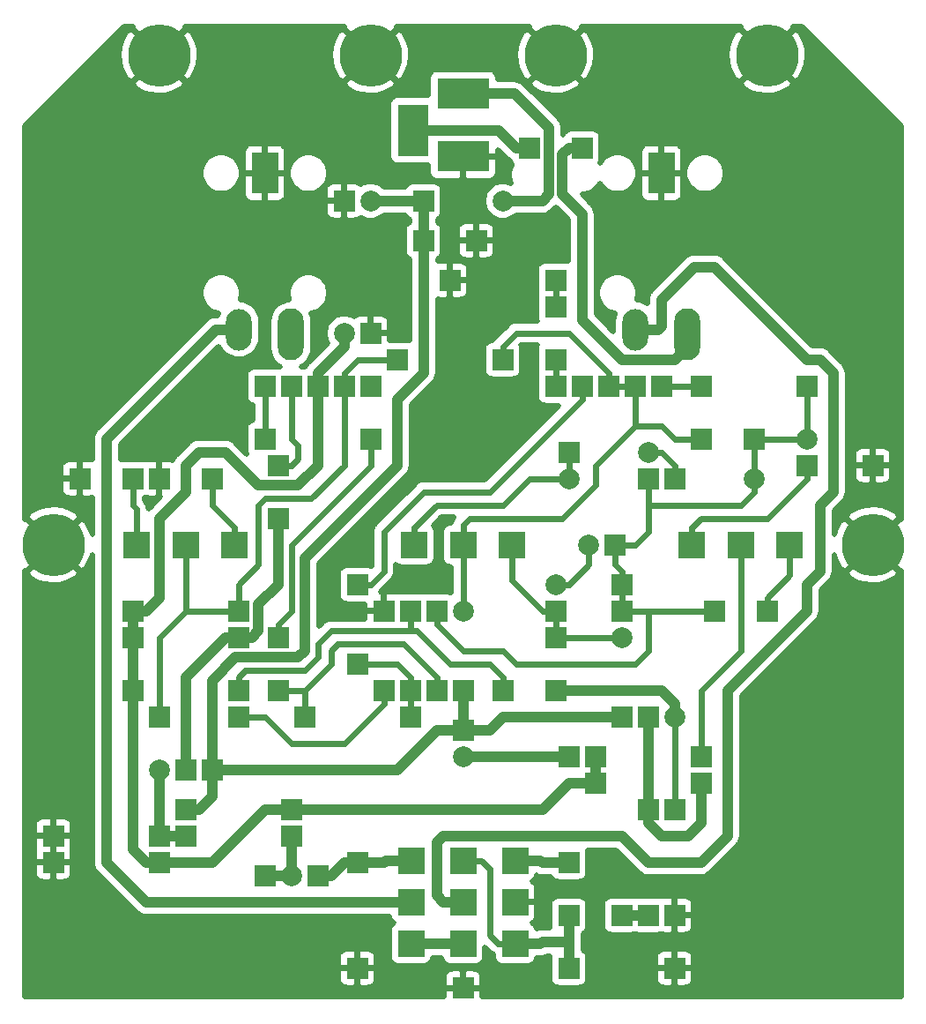
<source format=gbr>
G04 #@! TF.GenerationSoftware,KiCad,Pcbnew,5.1.6-c6e7f7d~87~ubuntu19.10.1*
G04 #@! TF.CreationDate,2022-03-20T15:18:50+06:00*
G04 #@! TF.ProjectId,good_grief_overdrive_r1b,676f6f64-5f67-4726-9965-665f6f766572,1B*
G04 #@! TF.SameCoordinates,Original*
G04 #@! TF.FileFunction,Copper,L2,Bot*
G04 #@! TF.FilePolarity,Positive*
%FSLAX46Y46*%
G04 Gerber Fmt 4.6, Leading zero omitted, Abs format (unit mm)*
G04 Created by KiCad (PCBNEW 5.1.6-c6e7f7d~87~ubuntu19.10.1) date 2022-03-20 15:18:50*
%MOMM*%
%LPD*%
G01*
G04 APERTURE LIST*
G04 #@! TA.AperFunction,ComponentPad*
%ADD10R,2.000000X2.000000*%
G04 #@! TD*
G04 #@! TA.AperFunction,ComponentPad*
%ADD11C,2.000000*%
G04 #@! TD*
G04 #@! TA.AperFunction,ComponentPad*
%ADD12R,2.500000X2.500000*%
G04 #@! TD*
G04 #@! TA.AperFunction,ComponentPad*
%ADD13R,2.500000X4.000000*%
G04 #@! TD*
G04 #@! TA.AperFunction,ComponentPad*
%ADD14O,2.500000X4.000000*%
G04 #@! TD*
G04 #@! TA.AperFunction,ComponentPad*
%ADD15O,2.500000X5.000000*%
G04 #@! TD*
G04 #@! TA.AperFunction,ComponentPad*
%ADD16C,6.000000*%
G04 #@! TD*
G04 #@! TA.AperFunction,ComponentPad*
%ADD17R,5.000000X3.000000*%
G04 #@! TD*
G04 #@! TA.AperFunction,ComponentPad*
%ADD18R,3.000000X5.000000*%
G04 #@! TD*
G04 #@! TA.AperFunction,Conductor*
%ADD19C,1.000000*%
G04 #@! TD*
G04 #@! TA.AperFunction,Conductor*
%ADD20C,0.600000*%
G04 #@! TD*
G04 #@! TA.AperFunction,Conductor*
%ADD21C,0.500000*%
G04 #@! TD*
G04 APERTURE END LIST*
D10*
X91440000Y-175260000D03*
D11*
X88900000Y-175260000D03*
D10*
X86360000Y-175260000D03*
X114300000Y-128270000D03*
X116840000Y-128270000D03*
X119380000Y-128270000D03*
X121920000Y-128270000D03*
X124460000Y-128270000D03*
X96520000Y-128270000D03*
X88900000Y-128270000D03*
X91440000Y-128270000D03*
X86360000Y-128270000D03*
X93980000Y-128270000D03*
D12*
X100710000Y-143510000D03*
X105410000Y-143510000D03*
X110110000Y-143510000D03*
X127380000Y-143510000D03*
X132080000Y-143510000D03*
X136780000Y-143510000D03*
X74040000Y-143510000D03*
X78740000Y-143510000D03*
X83440000Y-143510000D03*
D11*
X117475000Y-143510000D03*
D10*
X120015000Y-143510000D03*
D13*
X124460000Y-107830000D03*
D14*
X121960000Y-122830000D03*
D15*
X126960000Y-123330000D03*
D13*
X86360000Y-107830000D03*
D14*
X83860000Y-122830000D03*
D15*
X88860000Y-123330000D03*
D16*
X144780000Y-143510000D03*
X66040000Y-143510000D03*
X134620000Y-96520000D03*
X114300000Y-96520000D03*
X96520000Y-96520000D03*
X76200000Y-96520000D03*
D11*
X120650000Y-152400000D03*
D10*
X120650000Y-149860000D03*
X120650000Y-147320000D03*
D11*
X114300000Y-147320000D03*
D10*
X114300000Y-149860000D03*
X114300000Y-152400000D03*
X81280000Y-165100000D03*
X78740000Y-165100000D03*
D11*
X76200000Y-165100000D03*
D10*
X120650000Y-160020000D03*
X123190000Y-160020000D03*
D11*
X125730000Y-160020000D03*
D10*
X95250000Y-154940000D03*
X95250000Y-147320000D03*
X76200000Y-160020000D03*
X83820000Y-160020000D03*
D11*
X105410000Y-149860000D03*
D10*
X102870000Y-149860000D03*
X100330000Y-149860000D03*
X97790000Y-149860000D03*
X97790000Y-157480000D03*
X100330000Y-157480000D03*
X102870000Y-157480000D03*
X105410000Y-157480000D03*
X125730000Y-137160000D03*
D11*
X133350000Y-137160000D03*
X123190000Y-134620000D03*
D10*
X115570000Y-134620000D03*
D11*
X115570000Y-137160000D03*
D10*
X123190000Y-137160000D03*
X101600000Y-110490000D03*
D11*
X109220000Y-110490000D03*
D17*
X105410000Y-106210000D03*
D18*
X100610000Y-103710000D03*
D17*
X105410000Y-100210000D03*
D10*
X116840000Y-105410000D03*
X111760000Y-105410000D03*
X144780000Y-135890000D03*
X105410000Y-186055000D03*
X105410000Y-161290000D03*
D11*
X105410000Y-163830000D03*
D12*
X100410000Y-181800000D03*
X100410000Y-177800000D03*
X100410000Y-173800000D03*
X105410000Y-173800000D03*
X105410000Y-181800000D03*
X105410000Y-177800000D03*
X110410000Y-173800000D03*
X110410000Y-181800000D03*
X110410000Y-177800000D03*
D10*
X96520000Y-123190000D03*
D11*
X93980000Y-123190000D03*
D10*
X138430000Y-135890000D03*
D11*
X138430000Y-133350000D03*
X96520000Y-110490000D03*
D10*
X93980000Y-110490000D03*
X73660000Y-137160000D03*
X68580000Y-137160000D03*
X81280000Y-137160000D03*
X76200000Y-137160000D03*
X114300000Y-125730000D03*
X114300000Y-120650000D03*
X128270000Y-133350000D03*
X133350000Y-133350000D03*
X87630000Y-135890000D03*
X87630000Y-140970000D03*
X129540000Y-149860000D03*
X134620000Y-149860000D03*
X87630000Y-157480000D03*
X87630000Y-152400000D03*
X114300000Y-157480000D03*
X109220000Y-157480000D03*
X115570000Y-179070000D03*
X120650000Y-179070000D03*
X101600000Y-114300000D03*
X106680000Y-114300000D03*
X114300000Y-118110000D03*
X104140000Y-118110000D03*
X109220000Y-125730000D03*
X99060000Y-125730000D03*
X128270000Y-128270000D03*
X138430000Y-128270000D03*
X100330000Y-160020000D03*
X90170000Y-160020000D03*
X118110000Y-166370000D03*
X128270000Y-166370000D03*
X118110000Y-163830000D03*
X128270000Y-163830000D03*
X125730000Y-179070000D03*
X125730000Y-168910000D03*
X123190000Y-179070000D03*
X123190000Y-168910000D03*
X115570000Y-184150000D03*
X125730000Y-184150000D03*
X115570000Y-173990000D03*
X115570000Y-163830000D03*
X95250000Y-184150000D03*
X95250000Y-173990000D03*
X66040000Y-173990000D03*
X76200000Y-173990000D03*
X66040000Y-171450000D03*
X76200000Y-171450000D03*
X88900000Y-171450000D03*
X78740000Y-171450000D03*
X73660000Y-157480000D03*
X83820000Y-157480000D03*
X83820000Y-149860000D03*
X73660000Y-149860000D03*
X73660000Y-152400000D03*
X83820000Y-152400000D03*
X96520000Y-133350000D03*
X86360000Y-133350000D03*
X78740000Y-168910000D03*
X88900000Y-168910000D03*
D19*
X105410000Y-163830000D02*
X115570000Y-163830000D01*
X110410000Y-173800000D02*
X112840000Y-173800000D01*
X112840000Y-173800000D02*
X113030000Y-173990000D01*
X113030000Y-173990000D02*
X115570000Y-173990000D01*
X100410000Y-181800000D02*
X105410000Y-181800000D01*
X140970000Y-127000000D02*
X139700000Y-125730000D01*
X123190000Y-173990000D02*
X128270000Y-173990000D01*
X120650000Y-171450000D02*
X123190000Y-173990000D01*
X139700000Y-139700000D02*
X140970000Y-138430000D01*
X140970000Y-138430000D02*
X140970000Y-127000000D01*
X138430000Y-147320000D02*
X139700000Y-146050000D01*
X139700000Y-146050000D02*
X139700000Y-139700000D01*
X130810000Y-157480000D02*
X138430000Y-149860000D01*
X130810000Y-171450000D02*
X130810000Y-157480000D01*
X128270000Y-173990000D02*
X130810000Y-171450000D01*
X138430000Y-149860000D02*
X138430000Y-147320000D01*
X129540000Y-116840000D02*
X138430000Y-125730000D01*
X138430000Y-125730000D02*
X139700000Y-125730000D01*
X127635000Y-116840000D02*
X129540000Y-116840000D01*
X124460000Y-120015000D02*
X127635000Y-116840000D01*
X124460000Y-122555000D02*
X124460000Y-120015000D01*
X124185000Y-122830000D02*
X124460000Y-122555000D01*
X121960000Y-122830000D02*
X124185000Y-122830000D01*
X103505000Y-171450000D02*
X120650000Y-171450000D01*
X102870000Y-172085000D02*
X103505000Y-171450000D01*
X102870000Y-177165000D02*
X103505000Y-177800000D01*
X105410000Y-177800000D02*
X103505000Y-177800000D01*
X102870000Y-177165000D02*
X102870000Y-172085000D01*
X97790000Y-177800000D02*
X100410000Y-177800000D01*
X74930000Y-177800000D02*
X97790000Y-177800000D01*
X71120000Y-133350000D02*
X71120000Y-173990000D01*
X71120000Y-173990000D02*
X74930000Y-177800000D01*
X81640000Y-122830000D02*
X71120000Y-133350000D01*
X83860000Y-122830000D02*
X81640000Y-122830000D01*
X108790000Y-103710000D02*
X110490000Y-105410000D01*
X100610000Y-103710000D02*
X108790000Y-103710000D01*
X110490000Y-105410000D02*
X111760000Y-105410000D01*
X126960000Y-124500000D02*
X126960000Y-123330000D01*
X125730000Y-125730000D02*
X126960000Y-124500000D01*
X120650000Y-125730000D02*
X125730000Y-125730000D01*
X116840000Y-121920000D02*
X120650000Y-125730000D01*
X114935000Y-106045000D02*
X114935000Y-109855000D01*
X115570000Y-105410000D02*
X114935000Y-106045000D01*
X116840000Y-111760000D02*
X116840000Y-121920000D01*
X114935000Y-109855000D02*
X116840000Y-111760000D01*
X116840000Y-105410000D02*
X115570000Y-105410000D01*
X101600000Y-110490000D02*
X101600000Y-114300000D01*
X80010000Y-168910000D02*
X81280000Y-167640000D01*
X81280000Y-165100000D02*
X81280000Y-167640000D01*
X78740000Y-168910000D02*
X80010000Y-168910000D01*
X96520000Y-110490000D02*
X101600000Y-110490000D01*
X101600000Y-127000000D02*
X101600000Y-114300000D01*
X99060000Y-129540000D02*
X101600000Y-127000000D01*
X99060000Y-135890000D02*
X99060000Y-129540000D01*
X90170000Y-144780000D02*
X99060000Y-135890000D01*
X89535000Y-154305000D02*
X90170000Y-153670000D01*
X83502500Y-154305000D02*
X89535000Y-154305000D01*
X81280000Y-156527500D02*
X83502500Y-154305000D01*
X90170000Y-153670000D02*
X90170000Y-144780000D01*
X81280000Y-165100000D02*
X81280000Y-156527500D01*
X105410000Y-157480000D02*
X105410000Y-161290000D01*
X109220000Y-160020000D02*
X120650000Y-160020000D01*
X105410000Y-161290000D02*
X107950000Y-161290000D01*
X107950000Y-161290000D02*
X109220000Y-160020000D01*
X102870000Y-161290000D02*
X105410000Y-161290000D01*
X99060000Y-165100000D02*
X102870000Y-161290000D01*
X81280000Y-165100000D02*
X99060000Y-165100000D01*
X113030000Y-110490000D02*
X109220000Y-110490000D01*
X113665000Y-103505000D02*
X113665000Y-109855000D01*
X113665000Y-109855000D02*
X113030000Y-110490000D01*
X110370000Y-100210000D02*
X113665000Y-103505000D01*
X105410000Y-100210000D02*
X110370000Y-100210000D01*
D20*
X124460000Y-134620000D02*
X125730000Y-135890000D01*
X125730000Y-135890000D02*
X125730000Y-137160000D01*
X123190000Y-134620000D02*
X124460000Y-134620000D01*
X117475000Y-143510000D02*
X117475000Y-145415000D01*
X117475000Y-145415000D02*
X115570000Y-147320000D01*
X115570000Y-147320000D02*
X114300000Y-147320000D01*
D19*
X123190000Y-160020000D02*
X123190000Y-168910000D01*
X123190000Y-168910000D02*
X123190000Y-170180000D01*
X123190000Y-170180000D02*
X124460000Y-171450000D01*
X124460000Y-171450000D02*
X127000000Y-171450000D01*
X127000000Y-171450000D02*
X128270000Y-170180000D01*
X128270000Y-170180000D02*
X128270000Y-166370000D01*
X76200000Y-171450000D02*
X78740000Y-171450000D01*
X76200000Y-165100000D02*
X76200000Y-171450000D01*
D20*
X86360000Y-128270000D02*
X86360000Y-133350000D01*
D19*
X120650000Y-179070000D02*
X123190000Y-179070000D01*
D20*
X115570000Y-134620000D02*
X115570000Y-137160000D01*
X109220000Y-139700000D02*
X111760000Y-137160000D01*
X102870000Y-139700000D02*
X109220000Y-139700000D01*
X100710000Y-143510000D02*
X100710000Y-141860000D01*
X111760000Y-137160000D02*
X115570000Y-137160000D01*
X100710000Y-141860000D02*
X102870000Y-139700000D01*
X113030000Y-149860000D02*
X114300000Y-149860000D01*
X110110000Y-143510000D02*
X110110000Y-146940000D01*
X110110000Y-146940000D02*
X113030000Y-149860000D01*
X114300000Y-149860000D02*
X114300000Y-152400000D01*
X114300000Y-152400000D02*
X120650000Y-152400000D01*
X132080000Y-153670000D02*
X132080000Y-143510000D01*
X128270000Y-163830000D02*
X128270000Y-157480000D01*
X128270000Y-157480000D02*
X132080000Y-153670000D01*
X124460000Y-128270000D02*
X128270000Y-128270000D01*
X120015000Y-143510000D02*
X120015000Y-145415000D01*
X120015000Y-145415000D02*
X120650000Y-146050000D01*
X120650000Y-146050000D02*
X120650000Y-147320000D01*
X102870000Y-151130000D02*
X105410000Y-153670000D01*
X102870000Y-149860000D02*
X102870000Y-151130000D01*
X109220000Y-153670000D02*
X110490000Y-154940000D01*
X105410000Y-153670000D02*
X109220000Y-153670000D01*
X120650000Y-147320000D02*
X120650000Y-149860000D01*
X123190000Y-153670000D02*
X121920000Y-154940000D01*
X120650000Y-149860000D02*
X123190000Y-149860000D01*
X123190000Y-149860000D02*
X129540000Y-149860000D01*
X123190000Y-149860000D02*
X123190000Y-153670000D01*
X110490000Y-154940000D02*
X121920000Y-154940000D01*
X133350000Y-133350000D02*
X133350000Y-137160000D01*
X133350000Y-133350000D02*
X138430000Y-133350000D01*
X138430000Y-128270000D02*
X138430000Y-133350000D01*
X133350000Y-138430000D02*
X133350000Y-137160000D01*
X132080000Y-139700000D02*
X133350000Y-138430000D01*
X123190000Y-139700000D02*
X123190000Y-137160000D01*
X123190000Y-139700000D02*
X132080000Y-139700000D01*
X123190000Y-139700000D02*
X123190000Y-142240000D01*
X123190000Y-142240000D02*
X121920000Y-143510000D01*
X120015000Y-143510000D02*
X121920000Y-143510000D01*
X134620000Y-148590000D02*
X134620000Y-149860000D01*
X136780000Y-143510000D02*
X136780000Y-146430000D01*
X136780000Y-146430000D02*
X134620000Y-148590000D01*
D19*
X125730000Y-158750000D02*
X125730000Y-160020000D01*
X124460000Y-157480000D02*
X125730000Y-158750000D01*
X114300000Y-157480000D02*
X124460000Y-157480000D01*
D20*
X125730000Y-160020000D02*
X125730000Y-168910000D01*
X100330000Y-149860000D02*
X100330000Y-151765000D01*
X100330000Y-151765000D02*
X100965000Y-151765000D01*
X100965000Y-151765000D02*
X104140000Y-154940000D01*
X109220000Y-156210000D02*
X109220000Y-157480000D01*
X107950000Y-154940000D02*
X109220000Y-156210000D01*
X104140000Y-154940000D02*
X107950000Y-154940000D01*
X92710000Y-151765000D02*
X100330000Y-151765000D01*
X83820000Y-156210000D02*
X84455000Y-155575000D01*
X83820000Y-157480000D02*
X83820000Y-156210000D01*
X84455000Y-155575000D02*
X90170000Y-155575000D01*
X91440000Y-153035000D02*
X92710000Y-151765000D01*
X90170000Y-155575000D02*
X91440000Y-154305000D01*
X91440000Y-154305000D02*
X91440000Y-153035000D01*
X138430000Y-137160000D02*
X138430000Y-135890000D01*
X134620000Y-140970000D02*
X138430000Y-137160000D01*
X128270000Y-140970000D02*
X134620000Y-140970000D01*
X127380000Y-143510000D02*
X127380000Y-141860000D01*
X127380000Y-141860000D02*
X128270000Y-140970000D01*
X119380000Y-128270000D02*
X121920000Y-128270000D01*
X109220000Y-124460000D02*
X110490000Y-123190000D01*
X109220000Y-125730000D02*
X109220000Y-124460000D01*
X105410000Y-143510000D02*
X105410000Y-149860000D01*
X119380000Y-127000000D02*
X119380000Y-128270000D01*
X110490000Y-123190000D02*
X115570000Y-123190000D01*
X115570000Y-123190000D02*
X119380000Y-127000000D01*
X128270000Y-133350000D02*
X125730000Y-133350000D01*
X125730000Y-133350000D02*
X124460000Y-132080000D01*
X124460000Y-132080000D02*
X121920000Y-132080000D01*
X121920000Y-132080000D02*
X121920000Y-128270000D01*
X105410000Y-141605000D02*
X106045000Y-140970000D01*
X118110000Y-135890000D02*
X121920000Y-132080000D01*
X105410000Y-143510000D02*
X105410000Y-141605000D01*
X106045000Y-140970000D02*
X114935000Y-140970000D01*
X114935000Y-140970000D02*
X118110000Y-137795000D01*
X118110000Y-137795000D02*
X118110000Y-135890000D01*
X81280000Y-139700000D02*
X81280000Y-137160000D01*
X83440000Y-143510000D02*
X83440000Y-141860000D01*
X83440000Y-141860000D02*
X81280000Y-139700000D01*
X73660000Y-139700000D02*
X73660000Y-137160000D01*
X74040000Y-143510000D02*
X74040000Y-140080000D01*
X74040000Y-140080000D02*
X73660000Y-139700000D01*
X114300000Y-125730000D02*
X114300000Y-128270000D01*
X114300000Y-118110000D02*
X114300000Y-120650000D01*
X102870000Y-156210000D02*
X102870000Y-157480000D01*
X99695000Y-153035000D02*
X102870000Y-156210000D01*
X87630000Y-157480000D02*
X90170000Y-157480000D01*
X90170000Y-157480000D02*
X90170000Y-160020000D01*
X92710000Y-153670000D02*
X93345000Y-153035000D01*
X93345000Y-153035000D02*
X99695000Y-153035000D01*
X90170000Y-157480000D02*
X92710000Y-154940000D01*
X92710000Y-154940000D02*
X92710000Y-153670000D01*
X87630000Y-151130000D02*
X87630000Y-152400000D01*
X88900000Y-149860000D02*
X87630000Y-151130000D01*
X96520000Y-133350000D02*
X96520000Y-135890000D01*
X88900000Y-143510000D02*
X88900000Y-149860000D01*
X96520000Y-135890000D02*
X88900000Y-143510000D01*
X88900000Y-133350000D02*
X88900000Y-128270000D01*
X89535000Y-135255000D02*
X89535000Y-133985000D01*
X89535000Y-133985000D02*
X88900000Y-133350000D01*
X87630000Y-135890000D02*
X88900000Y-135890000D01*
X88900000Y-135890000D02*
X89535000Y-135255000D01*
D19*
X78740000Y-163830000D02*
X78740000Y-165100000D01*
X78740000Y-156210000D02*
X78740000Y-163830000D01*
X83820000Y-152400000D02*
X82550000Y-152400000D01*
X82550000Y-152400000D02*
X78740000Y-156210000D01*
X87630000Y-147320000D02*
X87630000Y-140970000D01*
X85725000Y-149225000D02*
X87630000Y-147320000D01*
X85725000Y-149225000D02*
X85725000Y-151765000D01*
X85725000Y-151765000D02*
X85090000Y-152400000D01*
X85090000Y-152400000D02*
X83820000Y-152400000D01*
X88900000Y-171450000D02*
X88900000Y-175260000D01*
X86360000Y-175260000D02*
X88900000Y-175260000D01*
X91440000Y-128270000D02*
X91440000Y-127000000D01*
X91440000Y-127000000D02*
X93980000Y-124460000D01*
X93980000Y-124460000D02*
X93980000Y-123190000D01*
X74930000Y-173990000D02*
X76200000Y-173990000D01*
X73660000Y-157480000D02*
X73660000Y-172720000D01*
X73660000Y-172720000D02*
X74930000Y-173990000D01*
X73660000Y-152400000D02*
X73660000Y-157480000D01*
X73660000Y-149860000D02*
X73660000Y-152400000D01*
X78740000Y-135890000D02*
X80010000Y-134620000D01*
X76200000Y-140970000D02*
X78740000Y-138430000D01*
X76200000Y-148590000D02*
X76200000Y-140970000D01*
X73660000Y-149860000D02*
X74930000Y-149860000D01*
X74930000Y-149860000D02*
X76200000Y-148590000D01*
X78740000Y-138430000D02*
X78740000Y-135890000D01*
X89535000Y-137795000D02*
X91440000Y-135890000D01*
X91440000Y-135890000D02*
X91440000Y-128270000D01*
X85725000Y-137795000D02*
X89535000Y-137795000D01*
X80010000Y-134620000D02*
X82550000Y-134620000D01*
X82550000Y-134620000D02*
X85725000Y-137795000D01*
X118110000Y-166370000D02*
X118110000Y-163830000D01*
X86360000Y-168910000D02*
X88900000Y-168910000D01*
X81280000Y-173990000D02*
X86360000Y-168910000D01*
X76200000Y-173990000D02*
X81280000Y-173990000D01*
X88900000Y-168910000D02*
X113030000Y-168910000D01*
X113030000Y-168910000D02*
X115570000Y-166370000D01*
X115570000Y-166370000D02*
X118110000Y-166370000D01*
D20*
X78740000Y-143510000D02*
X78740000Y-149860000D01*
X76200000Y-152400000D02*
X76200000Y-160020000D01*
X78740000Y-149860000D02*
X76200000Y-152400000D01*
X86360000Y-160020000D02*
X88900000Y-162560000D01*
X83820000Y-160020000D02*
X86360000Y-160020000D01*
X93980000Y-162560000D02*
X97790000Y-158750000D01*
X97790000Y-158750000D02*
X97790000Y-157480000D01*
X88900000Y-162560000D02*
X93980000Y-162560000D01*
X93980000Y-135890000D02*
X93980000Y-128270000D01*
X90805000Y-139065000D02*
X93980000Y-135890000D01*
X85725000Y-139700000D02*
X86360000Y-139065000D01*
X86360000Y-139065000D02*
X90805000Y-139065000D01*
X83820000Y-147320000D02*
X85725000Y-145415000D01*
X85725000Y-145415000D02*
X85725000Y-139700000D01*
X83820000Y-147320000D02*
X83820000Y-149860000D01*
X78740000Y-149860000D02*
X83820000Y-149860000D01*
X95250000Y-125730000D02*
X99060000Y-125730000D01*
X93980000Y-128270000D02*
X93980000Y-127000000D01*
X93980000Y-127000000D02*
X95250000Y-125730000D01*
X100330000Y-156210000D02*
X100330000Y-157480000D01*
X95250000Y-154940000D02*
X99060000Y-154940000D01*
X99060000Y-154940000D02*
X100330000Y-156210000D01*
X100330000Y-157480000D02*
X100330000Y-160020000D01*
X116840000Y-129540000D02*
X116840000Y-128270000D01*
X107950000Y-138430000D02*
X116840000Y-129540000D01*
X95250000Y-147320000D02*
X96520000Y-147320000D01*
X97790000Y-146050000D02*
X97790000Y-142240000D01*
X97790000Y-142240000D02*
X101600000Y-138430000D01*
X96520000Y-147320000D02*
X97790000Y-146050000D01*
X101600000Y-138430000D02*
X107950000Y-138430000D01*
X107950000Y-174625000D02*
X107950000Y-180975000D01*
X107125000Y-173800000D02*
X107950000Y-174625000D01*
X105410000Y-173800000D02*
X107125000Y-173800000D01*
X108775000Y-181800000D02*
X107950000Y-180975000D01*
X110410000Y-181800000D02*
X108775000Y-181800000D01*
D19*
X115570000Y-181610000D02*
X115570000Y-184150000D01*
X115570000Y-179070000D02*
X115570000Y-181610000D01*
X110410000Y-181800000D02*
X112840000Y-181800000D01*
X113030000Y-181610000D02*
X115570000Y-181610000D01*
X112840000Y-181800000D02*
X113030000Y-181610000D01*
X100410000Y-173800000D02*
X97980000Y-173800000D01*
X97980000Y-173800000D02*
X97790000Y-173990000D01*
X97790000Y-173990000D02*
X95250000Y-173990000D01*
X91440000Y-175260000D02*
X92710000Y-175260000D01*
X92710000Y-175260000D02*
X93980000Y-173990000D01*
X93980000Y-173990000D02*
X95250000Y-173990000D01*
D21*
G36*
X73650324Y-93899613D02*
G01*
X76200000Y-96449289D01*
X78749676Y-93899613D01*
X78667651Y-93760000D01*
X94052349Y-93760000D01*
X93970324Y-93899613D01*
X96520000Y-96449289D01*
X99069676Y-93899613D01*
X98987651Y-93760000D01*
X111832349Y-93760000D01*
X111750324Y-93899613D01*
X114300000Y-96449289D01*
X116849676Y-93899613D01*
X116767651Y-93760000D01*
X132152349Y-93760000D01*
X132070324Y-93899613D01*
X134620000Y-96449289D01*
X137169676Y-93899613D01*
X137087651Y-93760000D01*
X137995077Y-93760000D01*
X147540000Y-103304924D01*
X147540000Y-141042349D01*
X147400387Y-140960324D01*
X144850711Y-143510000D01*
X147400387Y-146059676D01*
X147540001Y-145977651D01*
X147540001Y-186910000D01*
X107263304Y-186910000D01*
X107260000Y-186317500D01*
X107047500Y-186105000D01*
X105460000Y-186105000D01*
X105460000Y-186125000D01*
X105360000Y-186125000D01*
X105360000Y-186105000D01*
X103772500Y-186105000D01*
X103560000Y-186317500D01*
X103556696Y-186910000D01*
X63280000Y-186910000D01*
X63280000Y-185150000D01*
X93395887Y-185150000D01*
X93412299Y-185316629D01*
X93460902Y-185476855D01*
X93539831Y-185624520D01*
X93646051Y-185753949D01*
X93775480Y-185860169D01*
X93923145Y-185939098D01*
X94083371Y-185987701D01*
X94250000Y-186004113D01*
X94987500Y-186000000D01*
X95200000Y-185787500D01*
X95200000Y-184200000D01*
X95300000Y-184200000D01*
X95300000Y-185787500D01*
X95512500Y-186000000D01*
X96250000Y-186004113D01*
X96416629Y-185987701D01*
X96576855Y-185939098D01*
X96724520Y-185860169D01*
X96853949Y-185753949D01*
X96960169Y-185624520D01*
X97039098Y-185476855D01*
X97087701Y-185316629D01*
X97104113Y-185150000D01*
X97103584Y-185055000D01*
X103555887Y-185055000D01*
X103560000Y-185792500D01*
X103772500Y-186005000D01*
X105360000Y-186005000D01*
X105360000Y-184417500D01*
X105460000Y-184417500D01*
X105460000Y-186005000D01*
X107047500Y-186005000D01*
X107260000Y-185792500D01*
X107264113Y-185055000D01*
X107247701Y-184888371D01*
X107199098Y-184728145D01*
X107120169Y-184580480D01*
X107013949Y-184451051D01*
X106884520Y-184344831D01*
X106736855Y-184265902D01*
X106576629Y-184217299D01*
X106410000Y-184200887D01*
X105672500Y-184205000D01*
X105460000Y-184417500D01*
X105360000Y-184417500D01*
X105147500Y-184205000D01*
X104410000Y-184200887D01*
X104243371Y-184217299D01*
X104083145Y-184265902D01*
X103935480Y-184344831D01*
X103806051Y-184451051D01*
X103699831Y-184580480D01*
X103620902Y-184728145D01*
X103572299Y-184888371D01*
X103555887Y-185055000D01*
X97103584Y-185055000D01*
X97100000Y-184412500D01*
X96887500Y-184200000D01*
X95300000Y-184200000D01*
X95200000Y-184200000D01*
X93612500Y-184200000D01*
X93400000Y-184412500D01*
X93395887Y-185150000D01*
X63280000Y-185150000D01*
X63280000Y-183150000D01*
X93395887Y-183150000D01*
X93400000Y-183887500D01*
X93612500Y-184100000D01*
X95200000Y-184100000D01*
X95200000Y-182512500D01*
X95300000Y-182512500D01*
X95300000Y-184100000D01*
X96887500Y-184100000D01*
X97100000Y-183887500D01*
X97104113Y-183150000D01*
X97087701Y-182983371D01*
X97039098Y-182823145D01*
X96960169Y-182675480D01*
X96853949Y-182546051D01*
X96724520Y-182439831D01*
X96576855Y-182360902D01*
X96416629Y-182312299D01*
X96250000Y-182295887D01*
X95512500Y-182300000D01*
X95300000Y-182512500D01*
X95200000Y-182512500D01*
X94987500Y-182300000D01*
X94250000Y-182295887D01*
X94083371Y-182312299D01*
X93923145Y-182360902D01*
X93775480Y-182439831D01*
X93646051Y-182546051D01*
X93539831Y-182675480D01*
X93460902Y-182823145D01*
X93412299Y-182983371D01*
X93395887Y-183150000D01*
X63280000Y-183150000D01*
X63280000Y-174990000D01*
X64185887Y-174990000D01*
X64202299Y-175156629D01*
X64250902Y-175316855D01*
X64329831Y-175464520D01*
X64436051Y-175593949D01*
X64565480Y-175700169D01*
X64713145Y-175779098D01*
X64873371Y-175827701D01*
X65040000Y-175844113D01*
X65777500Y-175840000D01*
X65990000Y-175627500D01*
X65990000Y-174040000D01*
X66090000Y-174040000D01*
X66090000Y-175627500D01*
X66302500Y-175840000D01*
X67040000Y-175844113D01*
X67206629Y-175827701D01*
X67366855Y-175779098D01*
X67514520Y-175700169D01*
X67643949Y-175593949D01*
X67750169Y-175464520D01*
X67829098Y-175316855D01*
X67877701Y-175156629D01*
X67894113Y-174990000D01*
X67890000Y-174252500D01*
X67677500Y-174040000D01*
X66090000Y-174040000D01*
X65990000Y-174040000D01*
X64402500Y-174040000D01*
X64190000Y-174252500D01*
X64185887Y-174990000D01*
X63280000Y-174990000D01*
X63280000Y-172450000D01*
X64185887Y-172450000D01*
X64202299Y-172616629D01*
X64233656Y-172720000D01*
X64202299Y-172823371D01*
X64185887Y-172990000D01*
X64190000Y-173727500D01*
X64402500Y-173940000D01*
X65990000Y-173940000D01*
X65990000Y-171500000D01*
X66090000Y-171500000D01*
X66090000Y-173940000D01*
X67677500Y-173940000D01*
X67890000Y-173727500D01*
X67894113Y-172990000D01*
X67877701Y-172823371D01*
X67846344Y-172720000D01*
X67877701Y-172616629D01*
X67894113Y-172450000D01*
X67890000Y-171712500D01*
X67677500Y-171500000D01*
X66090000Y-171500000D01*
X65990000Y-171500000D01*
X64402500Y-171500000D01*
X64190000Y-171712500D01*
X64185887Y-172450000D01*
X63280000Y-172450000D01*
X63280000Y-170450000D01*
X64185887Y-170450000D01*
X64190000Y-171187500D01*
X64402500Y-171400000D01*
X65990000Y-171400000D01*
X65990000Y-169812500D01*
X66090000Y-169812500D01*
X66090000Y-171400000D01*
X67677500Y-171400000D01*
X67890000Y-171187500D01*
X67894113Y-170450000D01*
X67877701Y-170283371D01*
X67829098Y-170123145D01*
X67750169Y-169975480D01*
X67643949Y-169846051D01*
X67514520Y-169739831D01*
X67366855Y-169660902D01*
X67206629Y-169612299D01*
X67040000Y-169595887D01*
X66302500Y-169600000D01*
X66090000Y-169812500D01*
X65990000Y-169812500D01*
X65777500Y-169600000D01*
X65040000Y-169595887D01*
X64873371Y-169612299D01*
X64713145Y-169660902D01*
X64565480Y-169739831D01*
X64436051Y-169846051D01*
X64329831Y-169975480D01*
X64250902Y-170123145D01*
X64202299Y-170283371D01*
X64185887Y-170450000D01*
X63280000Y-170450000D01*
X63280000Y-146130387D01*
X63490324Y-146130387D01*
X63806718Y-146668915D01*
X64465903Y-147043908D01*
X65185580Y-147283096D01*
X65938092Y-147377286D01*
X66694521Y-147322858D01*
X67425796Y-147121905D01*
X68103816Y-146782148D01*
X68273282Y-146668915D01*
X68589676Y-146130387D01*
X66040000Y-143580711D01*
X63490324Y-146130387D01*
X63280000Y-146130387D01*
X63280000Y-145977651D01*
X63419613Y-146059676D01*
X65969289Y-143510000D01*
X66110711Y-143510000D01*
X68660387Y-146059676D01*
X69198915Y-145743282D01*
X69573908Y-145084097D01*
X69770000Y-144494088D01*
X69770001Y-173923671D01*
X69763468Y-173990000D01*
X69789534Y-174254646D01*
X69866729Y-174509122D01*
X69992085Y-174743649D01*
X70118510Y-174897698D01*
X70118514Y-174897702D01*
X70160788Y-174949213D01*
X70212299Y-174991487D01*
X73928509Y-178707697D01*
X73970787Y-178759213D01*
X74022302Y-178801490D01*
X74176350Y-178927915D01*
X74410877Y-179053272D01*
X74466022Y-179070000D01*
X74665354Y-179130467D01*
X74863679Y-179150000D01*
X74863681Y-179150000D01*
X74930000Y-179156532D01*
X74996319Y-179150000D01*
X98315737Y-179150000D01*
X98322300Y-179216629D01*
X98370903Y-179376855D01*
X98449832Y-179524519D01*
X98556052Y-179653948D01*
X98685481Y-179760168D01*
X98760001Y-179800000D01*
X98685481Y-179839832D01*
X98556052Y-179946052D01*
X98449832Y-180075481D01*
X98370903Y-180223145D01*
X98322300Y-180383371D01*
X98305888Y-180550000D01*
X98305888Y-183050000D01*
X98322300Y-183216629D01*
X98370903Y-183376855D01*
X98449832Y-183524519D01*
X98556052Y-183653948D01*
X98685481Y-183760168D01*
X98833145Y-183839097D01*
X98993371Y-183887700D01*
X99160000Y-183904112D01*
X101660000Y-183904112D01*
X101826629Y-183887700D01*
X101986855Y-183839097D01*
X102134519Y-183760168D01*
X102263948Y-183653948D01*
X102370168Y-183524519D01*
X102449097Y-183376855D01*
X102497700Y-183216629D01*
X102504263Y-183150000D01*
X103315737Y-183150000D01*
X103322300Y-183216629D01*
X103370903Y-183376855D01*
X103449832Y-183524519D01*
X103556052Y-183653948D01*
X103685481Y-183760168D01*
X103833145Y-183839097D01*
X103993371Y-183887700D01*
X104160000Y-183904112D01*
X106660000Y-183904112D01*
X106826629Y-183887700D01*
X106986855Y-183839097D01*
X107134519Y-183760168D01*
X107263948Y-183653948D01*
X107370168Y-183524519D01*
X107449097Y-183376855D01*
X107497700Y-183216629D01*
X107514112Y-183050000D01*
X107514112Y-182165457D01*
X107921884Y-182573230D01*
X107957893Y-182617107D01*
X108001769Y-182653115D01*
X108001772Y-182653118D01*
X108029022Y-182675481D01*
X108133003Y-182760816D01*
X108305888Y-182853225D01*
X108305888Y-183050000D01*
X108322300Y-183216629D01*
X108370903Y-183376855D01*
X108449832Y-183524519D01*
X108556052Y-183653948D01*
X108685481Y-183760168D01*
X108833145Y-183839097D01*
X108993371Y-183887700D01*
X109160000Y-183904112D01*
X111660000Y-183904112D01*
X111826629Y-183887700D01*
X111986855Y-183839097D01*
X112134519Y-183760168D01*
X112263948Y-183653948D01*
X112370168Y-183524519D01*
X112449097Y-183376855D01*
X112497700Y-183216629D01*
X112504263Y-183150000D01*
X112773681Y-183150000D01*
X112840000Y-183156532D01*
X112906319Y-183150000D01*
X112906321Y-183150000D01*
X113104646Y-183130467D01*
X113359122Y-183053272D01*
X113533622Y-182960000D01*
X113739389Y-182960000D01*
X113732300Y-182983371D01*
X113715888Y-183150000D01*
X113715888Y-185150000D01*
X113732300Y-185316629D01*
X113780903Y-185476855D01*
X113859832Y-185624519D01*
X113966052Y-185753948D01*
X114095481Y-185860168D01*
X114243145Y-185939097D01*
X114403371Y-185987700D01*
X114570000Y-186004112D01*
X116570000Y-186004112D01*
X116736629Y-185987700D01*
X116896855Y-185939097D01*
X117044519Y-185860168D01*
X117173948Y-185753948D01*
X117280168Y-185624519D01*
X117359097Y-185476855D01*
X117407700Y-185316629D01*
X117424112Y-185150000D01*
X123875887Y-185150000D01*
X123892299Y-185316629D01*
X123940902Y-185476855D01*
X124019831Y-185624520D01*
X124126051Y-185753949D01*
X124255480Y-185860169D01*
X124403145Y-185939098D01*
X124563371Y-185987701D01*
X124730000Y-186004113D01*
X125467500Y-186000000D01*
X125680000Y-185787500D01*
X125680000Y-184200000D01*
X125780000Y-184200000D01*
X125780000Y-185787500D01*
X125992500Y-186000000D01*
X126730000Y-186004113D01*
X126896629Y-185987701D01*
X127056855Y-185939098D01*
X127204520Y-185860169D01*
X127333949Y-185753949D01*
X127440169Y-185624520D01*
X127519098Y-185476855D01*
X127567701Y-185316629D01*
X127584113Y-185150000D01*
X127580000Y-184412500D01*
X127367500Y-184200000D01*
X125780000Y-184200000D01*
X125680000Y-184200000D01*
X124092500Y-184200000D01*
X123880000Y-184412500D01*
X123875887Y-185150000D01*
X117424112Y-185150000D01*
X117424112Y-183150000D01*
X123875887Y-183150000D01*
X123880000Y-183887500D01*
X124092500Y-184100000D01*
X125680000Y-184100000D01*
X125680000Y-182512500D01*
X125780000Y-182512500D01*
X125780000Y-184100000D01*
X127367500Y-184100000D01*
X127580000Y-183887500D01*
X127584113Y-183150000D01*
X127567701Y-182983371D01*
X127519098Y-182823145D01*
X127440169Y-182675480D01*
X127333949Y-182546051D01*
X127204520Y-182439831D01*
X127056855Y-182360902D01*
X126896629Y-182312299D01*
X126730000Y-182295887D01*
X125992500Y-182300000D01*
X125780000Y-182512500D01*
X125680000Y-182512500D01*
X125467500Y-182300000D01*
X124730000Y-182295887D01*
X124563371Y-182312299D01*
X124403145Y-182360902D01*
X124255480Y-182439831D01*
X124126051Y-182546051D01*
X124019831Y-182675480D01*
X123940902Y-182823145D01*
X123892299Y-182983371D01*
X123875887Y-183150000D01*
X117424112Y-183150000D01*
X117407700Y-182983371D01*
X117359097Y-182823145D01*
X117280168Y-182675481D01*
X117173948Y-182546052D01*
X117044519Y-182439832D01*
X116920000Y-182373274D01*
X116920000Y-181676321D01*
X116926532Y-181610000D01*
X116920000Y-181543679D01*
X116920000Y-180846726D01*
X117044519Y-180780168D01*
X117173948Y-180673948D01*
X117280168Y-180544519D01*
X117359097Y-180396855D01*
X117407700Y-180236629D01*
X117424112Y-180070000D01*
X117424112Y-178070000D01*
X118795888Y-178070000D01*
X118795888Y-180070000D01*
X118812300Y-180236629D01*
X118860903Y-180396855D01*
X118939832Y-180544519D01*
X119046052Y-180673948D01*
X119175481Y-180780168D01*
X119323145Y-180859097D01*
X119483371Y-180907700D01*
X119650000Y-180924112D01*
X121650000Y-180924112D01*
X121816629Y-180907700D01*
X121920000Y-180876343D01*
X122023371Y-180907700D01*
X122190000Y-180924112D01*
X124190000Y-180924112D01*
X124356629Y-180907700D01*
X124459998Y-180876344D01*
X124563371Y-180907701D01*
X124730000Y-180924113D01*
X125467500Y-180920000D01*
X125680000Y-180707500D01*
X125680000Y-179120000D01*
X125780000Y-179120000D01*
X125780000Y-180707500D01*
X125992500Y-180920000D01*
X126730000Y-180924113D01*
X126896629Y-180907701D01*
X127056855Y-180859098D01*
X127204520Y-180780169D01*
X127333949Y-180673949D01*
X127440169Y-180544520D01*
X127519098Y-180396855D01*
X127567701Y-180236629D01*
X127584113Y-180070000D01*
X127580000Y-179332500D01*
X127367500Y-179120000D01*
X125780000Y-179120000D01*
X125680000Y-179120000D01*
X125660000Y-179120000D01*
X125660000Y-179020000D01*
X125680000Y-179020000D01*
X125680000Y-177432500D01*
X125780000Y-177432500D01*
X125780000Y-179020000D01*
X127367500Y-179020000D01*
X127580000Y-178807500D01*
X127584113Y-178070000D01*
X127567701Y-177903371D01*
X127519098Y-177743145D01*
X127440169Y-177595480D01*
X127333949Y-177466051D01*
X127204520Y-177359831D01*
X127056855Y-177280902D01*
X126896629Y-177232299D01*
X126730000Y-177215887D01*
X125992500Y-177220000D01*
X125780000Y-177432500D01*
X125680000Y-177432500D01*
X125467500Y-177220000D01*
X124730000Y-177215887D01*
X124563371Y-177232299D01*
X124459998Y-177263656D01*
X124356629Y-177232300D01*
X124190000Y-177215888D01*
X122190000Y-177215888D01*
X122023371Y-177232300D01*
X121920000Y-177263657D01*
X121816629Y-177232300D01*
X121650000Y-177215888D01*
X119650000Y-177215888D01*
X119483371Y-177232300D01*
X119323145Y-177280903D01*
X119175481Y-177359832D01*
X119046052Y-177466052D01*
X118939832Y-177595481D01*
X118860903Y-177743145D01*
X118812300Y-177903371D01*
X118795888Y-178070000D01*
X117424112Y-178070000D01*
X117407700Y-177903371D01*
X117359097Y-177743145D01*
X117280168Y-177595481D01*
X117173948Y-177466052D01*
X117044519Y-177359832D01*
X116896855Y-177280903D01*
X116736629Y-177232300D01*
X116570000Y-177215888D01*
X114570000Y-177215888D01*
X114403371Y-177232300D01*
X114243145Y-177280903D01*
X114095481Y-177359832D01*
X113966052Y-177466052D01*
X113859832Y-177595481D01*
X113780903Y-177743145D01*
X113732300Y-177903371D01*
X113715888Y-178070000D01*
X113715888Y-180070000D01*
X113732300Y-180236629D01*
X113739389Y-180260000D01*
X113096319Y-180260000D01*
X113030000Y-180253468D01*
X112963681Y-180260000D01*
X112963679Y-180260000D01*
X112765354Y-180279533D01*
X112510878Y-180356728D01*
X112492584Y-180366506D01*
X112449097Y-180223145D01*
X112370168Y-180075481D01*
X112263948Y-179946052D01*
X112134519Y-179839832D01*
X112060001Y-179800001D01*
X112134520Y-179760169D01*
X112263949Y-179653949D01*
X112370169Y-179524520D01*
X112449098Y-179376855D01*
X112497701Y-179216629D01*
X112514113Y-179050000D01*
X112510000Y-178062500D01*
X112297500Y-177850000D01*
X110460000Y-177850000D01*
X110460000Y-177870000D01*
X110360000Y-177870000D01*
X110360000Y-177850000D01*
X110340000Y-177850000D01*
X110340000Y-177750000D01*
X110360000Y-177750000D01*
X110360000Y-177730000D01*
X110460000Y-177730000D01*
X110460000Y-177750000D01*
X112297500Y-177750000D01*
X112510000Y-177537500D01*
X112514113Y-176550000D01*
X112497701Y-176383371D01*
X112449098Y-176223145D01*
X112370169Y-176075480D01*
X112263949Y-175946051D01*
X112134520Y-175839831D01*
X112060001Y-175799999D01*
X112134519Y-175760168D01*
X112263948Y-175653948D01*
X112370168Y-175524519D01*
X112449097Y-175376855D01*
X112492584Y-175233494D01*
X112510878Y-175243272D01*
X112765354Y-175320467D01*
X112963679Y-175340000D01*
X112963681Y-175340000D01*
X113030000Y-175346532D01*
X113096319Y-175340000D01*
X113793274Y-175340000D01*
X113859832Y-175464519D01*
X113966052Y-175593948D01*
X114095481Y-175700168D01*
X114243145Y-175779097D01*
X114403371Y-175827700D01*
X114570000Y-175844112D01*
X116570000Y-175844112D01*
X116736629Y-175827700D01*
X116896855Y-175779097D01*
X117044519Y-175700168D01*
X117173948Y-175593948D01*
X117280168Y-175464519D01*
X117359097Y-175316855D01*
X117407700Y-175156629D01*
X117424112Y-174990000D01*
X117424112Y-172990000D01*
X117407700Y-172823371D01*
X117400611Y-172800000D01*
X120090812Y-172800000D01*
X122188509Y-174897697D01*
X122230787Y-174949213D01*
X122436351Y-175117915D01*
X122670878Y-175243272D01*
X122925354Y-175320467D01*
X123123679Y-175340000D01*
X123123688Y-175340000D01*
X123189999Y-175346531D01*
X123256310Y-175340000D01*
X128203681Y-175340000D01*
X128270000Y-175346532D01*
X128336319Y-175340000D01*
X128336321Y-175340000D01*
X128534646Y-175320467D01*
X128789122Y-175243272D01*
X129023649Y-175117915D01*
X129229213Y-174949213D01*
X129271491Y-174897697D01*
X131717701Y-172451487D01*
X131769212Y-172409213D01*
X131815756Y-172352500D01*
X131937914Y-172203650D01*
X131937915Y-172203649D01*
X132063272Y-171969122D01*
X132140467Y-171714646D01*
X132160000Y-171516321D01*
X132160000Y-171516312D01*
X132166531Y-171450001D01*
X132160000Y-171383690D01*
X132160000Y-158039188D01*
X139337701Y-150861487D01*
X139389212Y-150819213D01*
X139476283Y-150713118D01*
X139557914Y-150613650D01*
X139557915Y-150613649D01*
X139683272Y-150379122D01*
X139760467Y-150124646D01*
X139780000Y-149926321D01*
X139780000Y-149926312D01*
X139786531Y-149860001D01*
X139780000Y-149793690D01*
X139780000Y-147879188D01*
X140607706Y-147051483D01*
X140659212Y-147009213D01*
X140701483Y-146957706D01*
X140701490Y-146957699D01*
X140827915Y-146803650D01*
X140953271Y-146569123D01*
X140953272Y-146569122D01*
X141030467Y-146314646D01*
X141048614Y-146130387D01*
X142230324Y-146130387D01*
X142546718Y-146668915D01*
X143205903Y-147043908D01*
X143925580Y-147283096D01*
X144678092Y-147377286D01*
X145434521Y-147322858D01*
X146165796Y-147121905D01*
X146843816Y-146782148D01*
X147013282Y-146668915D01*
X147329676Y-146130387D01*
X144780000Y-143580711D01*
X142230324Y-146130387D01*
X141048614Y-146130387D01*
X141050000Y-146116321D01*
X141050000Y-146116312D01*
X141056531Y-146050001D01*
X141050000Y-145983690D01*
X141050000Y-144466044D01*
X141168095Y-144895796D01*
X141507852Y-145573816D01*
X141621085Y-145743282D01*
X142159613Y-146059676D01*
X144709289Y-143510000D01*
X142159613Y-140960324D01*
X141621085Y-141276718D01*
X141246092Y-141935903D01*
X141050000Y-142525911D01*
X141050000Y-140889613D01*
X142230324Y-140889613D01*
X144780000Y-143439289D01*
X147329676Y-140889613D01*
X147013282Y-140351085D01*
X146354097Y-139976092D01*
X145634420Y-139736904D01*
X144881908Y-139642714D01*
X144125479Y-139697142D01*
X143394204Y-139898095D01*
X142716184Y-140237852D01*
X142546718Y-140351085D01*
X142230324Y-140889613D01*
X141050000Y-140889613D01*
X141050000Y-140259188D01*
X141877706Y-139431483D01*
X141929212Y-139389213D01*
X141971483Y-139337706D01*
X141971490Y-139337699D01*
X142097915Y-139183650D01*
X142170276Y-139048271D01*
X142223272Y-138949122D01*
X142300467Y-138694646D01*
X142320000Y-138496321D01*
X142320000Y-138496312D01*
X142326531Y-138430001D01*
X142320000Y-138363690D01*
X142320000Y-136890000D01*
X142925887Y-136890000D01*
X142942299Y-137056629D01*
X142990902Y-137216855D01*
X143069831Y-137364520D01*
X143176051Y-137493949D01*
X143305480Y-137600169D01*
X143453145Y-137679098D01*
X143613371Y-137727701D01*
X143780000Y-137744113D01*
X144517500Y-137740000D01*
X144730000Y-137527500D01*
X144730000Y-135940000D01*
X144830000Y-135940000D01*
X144830000Y-137527500D01*
X145042500Y-137740000D01*
X145780000Y-137744113D01*
X145946629Y-137727701D01*
X146106855Y-137679098D01*
X146254520Y-137600169D01*
X146383949Y-137493949D01*
X146490169Y-137364520D01*
X146569098Y-137216855D01*
X146617701Y-137056629D01*
X146634113Y-136890000D01*
X146630000Y-136152500D01*
X146417500Y-135940000D01*
X144830000Y-135940000D01*
X144730000Y-135940000D01*
X143142500Y-135940000D01*
X142930000Y-136152500D01*
X142925887Y-136890000D01*
X142320000Y-136890000D01*
X142320000Y-134890000D01*
X142925887Y-134890000D01*
X142930000Y-135627500D01*
X143142500Y-135840000D01*
X144730000Y-135840000D01*
X144730000Y-134252500D01*
X144830000Y-134252500D01*
X144830000Y-135840000D01*
X146417500Y-135840000D01*
X146630000Y-135627500D01*
X146634113Y-134890000D01*
X146617701Y-134723371D01*
X146569098Y-134563145D01*
X146490169Y-134415480D01*
X146383949Y-134286051D01*
X146254520Y-134179831D01*
X146106855Y-134100902D01*
X145946629Y-134052299D01*
X145780000Y-134035887D01*
X145042500Y-134040000D01*
X144830000Y-134252500D01*
X144730000Y-134252500D01*
X144517500Y-134040000D01*
X143780000Y-134035887D01*
X143613371Y-134052299D01*
X143453145Y-134100902D01*
X143305480Y-134179831D01*
X143176051Y-134286051D01*
X143069831Y-134415480D01*
X142990902Y-134563145D01*
X142942299Y-134723371D01*
X142925887Y-134890000D01*
X142320000Y-134890000D01*
X142320000Y-127066310D01*
X142326531Y-126999999D01*
X142320000Y-126933688D01*
X142320000Y-126933679D01*
X142300467Y-126735354D01*
X142223272Y-126480878D01*
X142145050Y-126334535D01*
X142097915Y-126246350D01*
X141971490Y-126092301D01*
X141971487Y-126092298D01*
X141929213Y-126040787D01*
X141877700Y-125998511D01*
X140701490Y-124822302D01*
X140659213Y-124770787D01*
X140453649Y-124602085D01*
X140219122Y-124476728D01*
X139964646Y-124399533D01*
X139766321Y-124380000D01*
X139766319Y-124380000D01*
X139700000Y-124373468D01*
X139633681Y-124380000D01*
X138989188Y-124380000D01*
X130541491Y-115932303D01*
X130499213Y-115880787D01*
X130293649Y-115712085D01*
X130059122Y-115586728D01*
X129804646Y-115509533D01*
X129606321Y-115490000D01*
X129606319Y-115490000D01*
X129540000Y-115483468D01*
X129473681Y-115490000D01*
X127701310Y-115490000D01*
X127634999Y-115483469D01*
X127568688Y-115490000D01*
X127568679Y-115490000D01*
X127370354Y-115509533D01*
X127115878Y-115586728D01*
X127034048Y-115630467D01*
X126881350Y-115712085D01*
X126727301Y-115838510D01*
X126727298Y-115838513D01*
X126675787Y-115880787D01*
X126633513Y-115932298D01*
X123552299Y-119013513D01*
X123500788Y-119055787D01*
X123458514Y-119107298D01*
X123458510Y-119107302D01*
X123332085Y-119261351D01*
X123206729Y-119495878D01*
X123129534Y-119750354D01*
X123103468Y-120015000D01*
X123110001Y-120081329D01*
X123110001Y-120313523D01*
X122767524Y-120130465D01*
X122371672Y-120010385D01*
X122099926Y-119983620D01*
X122135062Y-119898794D01*
X122210000Y-119522058D01*
X122210000Y-119137942D01*
X122135062Y-118761206D01*
X121988067Y-118406329D01*
X121774664Y-118086948D01*
X121503052Y-117815336D01*
X121183671Y-117601933D01*
X120828794Y-117454938D01*
X120452058Y-117380000D01*
X120067942Y-117380000D01*
X119691206Y-117454938D01*
X119336329Y-117601933D01*
X119016948Y-117815336D01*
X118745336Y-118086948D01*
X118531933Y-118406329D01*
X118384938Y-118761206D01*
X118310000Y-119137942D01*
X118310000Y-119522058D01*
X118384938Y-119898794D01*
X118531933Y-120253671D01*
X118745336Y-120573052D01*
X119016948Y-120844664D01*
X119336329Y-121058067D01*
X119691206Y-121205062D01*
X120012354Y-121268943D01*
X120010466Y-121272476D01*
X119890386Y-121668328D01*
X119860000Y-121976833D01*
X119860000Y-123030812D01*
X118190000Y-121360812D01*
X118190000Y-111826319D01*
X118196532Y-111760000D01*
X118190000Y-111693679D01*
X118170467Y-111495354D01*
X118093272Y-111240878D01*
X118022393Y-111108272D01*
X117967915Y-111006350D01*
X117841490Y-110852301D01*
X117841483Y-110852294D01*
X117799212Y-110800787D01*
X117747706Y-110758517D01*
X116849944Y-109860755D01*
X117028193Y-109860755D01*
X117182807Y-109830000D01*
X122355887Y-109830000D01*
X122372299Y-109996629D01*
X122420902Y-110156855D01*
X122499831Y-110304520D01*
X122606051Y-110433949D01*
X122735480Y-110540169D01*
X122883145Y-110619098D01*
X123043371Y-110667701D01*
X123210000Y-110684113D01*
X124197500Y-110680000D01*
X124410000Y-110467500D01*
X124410000Y-107880000D01*
X124510000Y-107880000D01*
X124510000Y-110467500D01*
X124722500Y-110680000D01*
X125710000Y-110684113D01*
X125876629Y-110667701D01*
X126036855Y-110619098D01*
X126184520Y-110540169D01*
X126313949Y-110433949D01*
X126420169Y-110304520D01*
X126499098Y-110156855D01*
X126547701Y-109996629D01*
X126564113Y-109830000D01*
X126560000Y-108092500D01*
X126347500Y-107880000D01*
X124510000Y-107880000D01*
X124410000Y-107880000D01*
X122572500Y-107880000D01*
X122360000Y-108092500D01*
X122355887Y-109830000D01*
X117182807Y-109830000D01*
X117397347Y-109787325D01*
X117745082Y-109643289D01*
X118058035Y-109434180D01*
X118324180Y-109168035D01*
X118533289Y-108855082D01*
X118558701Y-108793732D01*
X118745336Y-109073052D01*
X119016948Y-109344664D01*
X119336329Y-109558067D01*
X119691206Y-109705062D01*
X120067942Y-109780000D01*
X120452058Y-109780000D01*
X120828794Y-109705062D01*
X121183671Y-109558067D01*
X121503052Y-109344664D01*
X121774664Y-109073052D01*
X121988067Y-108753671D01*
X122135062Y-108398794D01*
X122210000Y-108022058D01*
X122210000Y-107637942D01*
X122135062Y-107261206D01*
X121988067Y-106906329D01*
X121774664Y-106586948D01*
X121503052Y-106315336D01*
X121183671Y-106101933D01*
X120828794Y-105954938D01*
X120452058Y-105880000D01*
X120067942Y-105880000D01*
X119691206Y-105954938D01*
X119336329Y-106101933D01*
X119016948Y-106315336D01*
X118745336Y-106586948D01*
X118564813Y-106857121D01*
X118629097Y-106736855D01*
X118677700Y-106576629D01*
X118694112Y-106410000D01*
X118694112Y-105830000D01*
X122355887Y-105830000D01*
X122360000Y-107567500D01*
X122572500Y-107780000D01*
X124410000Y-107780000D01*
X124410000Y-105192500D01*
X124510000Y-105192500D01*
X124510000Y-107780000D01*
X126347500Y-107780000D01*
X126489558Y-107637942D01*
X126710000Y-107637942D01*
X126710000Y-108022058D01*
X126784938Y-108398794D01*
X126931933Y-108753671D01*
X127145336Y-109073052D01*
X127416948Y-109344664D01*
X127736329Y-109558067D01*
X128091206Y-109705062D01*
X128467942Y-109780000D01*
X128852058Y-109780000D01*
X129228794Y-109705062D01*
X129583671Y-109558067D01*
X129903052Y-109344664D01*
X130174664Y-109073052D01*
X130388067Y-108753671D01*
X130535062Y-108398794D01*
X130610000Y-108022058D01*
X130610000Y-107637942D01*
X130535062Y-107261206D01*
X130388067Y-106906329D01*
X130174664Y-106586948D01*
X129903052Y-106315336D01*
X129583671Y-106101933D01*
X129228794Y-105954938D01*
X128852058Y-105880000D01*
X128467942Y-105880000D01*
X128091206Y-105954938D01*
X127736329Y-106101933D01*
X127416948Y-106315336D01*
X127145336Y-106586948D01*
X126931933Y-106906329D01*
X126784938Y-107261206D01*
X126710000Y-107637942D01*
X126489558Y-107637942D01*
X126560000Y-107567500D01*
X126564113Y-105830000D01*
X126547701Y-105663371D01*
X126499098Y-105503145D01*
X126420169Y-105355480D01*
X126313949Y-105226051D01*
X126184520Y-105119831D01*
X126036855Y-105040902D01*
X125876629Y-104992299D01*
X125710000Y-104975887D01*
X124722500Y-104980000D01*
X124510000Y-105192500D01*
X124410000Y-105192500D01*
X124197500Y-104980000D01*
X123210000Y-104975887D01*
X123043371Y-104992299D01*
X122883145Y-105040902D01*
X122735480Y-105119831D01*
X122606051Y-105226051D01*
X122499831Y-105355480D01*
X122420902Y-105503145D01*
X122372299Y-105663371D01*
X122355887Y-105830000D01*
X118694112Y-105830000D01*
X118694112Y-104410000D01*
X118677700Y-104243371D01*
X118629097Y-104083145D01*
X118550168Y-103935481D01*
X118443948Y-103806052D01*
X118314519Y-103699832D01*
X118166855Y-103620903D01*
X118006629Y-103572300D01*
X117840000Y-103555888D01*
X115840000Y-103555888D01*
X115673371Y-103572300D01*
X115513145Y-103620903D01*
X115365481Y-103699832D01*
X115236052Y-103806052D01*
X115129832Y-103935481D01*
X115050903Y-104083145D01*
X115024268Y-104170951D01*
X115015000Y-104175905D01*
X115015000Y-103571319D01*
X115021532Y-103505000D01*
X115015000Y-103438679D01*
X114995467Y-103240354D01*
X114936239Y-103045105D01*
X114918272Y-102985877D01*
X114792915Y-102751350D01*
X114666490Y-102597302D01*
X114666487Y-102597299D01*
X114624212Y-102545787D01*
X114572701Y-102503513D01*
X111371491Y-99302303D01*
X111329213Y-99250787D01*
X111194691Y-99140387D01*
X111750324Y-99140387D01*
X112066718Y-99678915D01*
X112725903Y-100053908D01*
X113445580Y-100293096D01*
X114198092Y-100387286D01*
X114954521Y-100332858D01*
X115685796Y-100131905D01*
X116363816Y-99792148D01*
X116533282Y-99678915D01*
X116849676Y-99140387D01*
X132070324Y-99140387D01*
X132386718Y-99678915D01*
X133045903Y-100053908D01*
X133765580Y-100293096D01*
X134518092Y-100387286D01*
X135274521Y-100332858D01*
X136005796Y-100131905D01*
X136683816Y-99792148D01*
X136853282Y-99678915D01*
X137169676Y-99140387D01*
X134620000Y-96590711D01*
X132070324Y-99140387D01*
X116849676Y-99140387D01*
X114300000Y-96590711D01*
X111750324Y-99140387D01*
X111194691Y-99140387D01*
X111123649Y-99082085D01*
X110889122Y-98956728D01*
X110634646Y-98879533D01*
X110436321Y-98860000D01*
X110436319Y-98860000D01*
X110370000Y-98853468D01*
X110303681Y-98860000D01*
X108764112Y-98860000D01*
X108764112Y-98710000D01*
X108747700Y-98543371D01*
X108699097Y-98383145D01*
X108620168Y-98235481D01*
X108513948Y-98106052D01*
X108384519Y-97999832D01*
X108236855Y-97920903D01*
X108076629Y-97872300D01*
X107910000Y-97855888D01*
X102910000Y-97855888D01*
X102743371Y-97872300D01*
X102583145Y-97920903D01*
X102435481Y-97999832D01*
X102306052Y-98106052D01*
X102199832Y-98235481D01*
X102120903Y-98383145D01*
X102072300Y-98543371D01*
X102055888Y-98710000D01*
X102055888Y-100355888D01*
X99110000Y-100355888D01*
X98943371Y-100372300D01*
X98783145Y-100420903D01*
X98635481Y-100499832D01*
X98506052Y-100606052D01*
X98399832Y-100735481D01*
X98320903Y-100883145D01*
X98272300Y-101043371D01*
X98255888Y-101210000D01*
X98255888Y-106210000D01*
X98272300Y-106376629D01*
X98320903Y-106536855D01*
X98399832Y-106684519D01*
X98506052Y-106813948D01*
X98635481Y-106920168D01*
X98783145Y-106999097D01*
X98943371Y-107047700D01*
X99110000Y-107064112D01*
X102058034Y-107064112D01*
X102055887Y-107710000D01*
X102072299Y-107876629D01*
X102120902Y-108036855D01*
X102199831Y-108184520D01*
X102306051Y-108313949D01*
X102435480Y-108420169D01*
X102583145Y-108499098D01*
X102743371Y-108547701D01*
X102910000Y-108564113D01*
X105147500Y-108560000D01*
X105360000Y-108347500D01*
X105360000Y-106260000D01*
X105460000Y-106260000D01*
X105460000Y-108347500D01*
X105672500Y-108560000D01*
X107910000Y-108564113D01*
X108076629Y-108547701D01*
X108236855Y-108499098D01*
X108384520Y-108420169D01*
X108513949Y-108313949D01*
X108620169Y-108184520D01*
X108699098Y-108036855D01*
X108747701Y-107876629D01*
X108764113Y-107710000D01*
X108760000Y-106472500D01*
X108547500Y-106260000D01*
X105460000Y-106260000D01*
X105360000Y-106260000D01*
X105340000Y-106260000D01*
X105340000Y-106160000D01*
X105360000Y-106160000D01*
X105360000Y-106140000D01*
X105460000Y-106140000D01*
X105460000Y-106160000D01*
X108547500Y-106160000D01*
X108760000Y-105947500D01*
X108761187Y-105590375D01*
X109488513Y-106317702D01*
X109530787Y-106369213D01*
X109582298Y-106411487D01*
X109582301Y-106411490D01*
X109736350Y-106537915D01*
X109861707Y-106604919D01*
X109944268Y-106649049D01*
X109970903Y-106736855D01*
X110049832Y-106884519D01*
X110118213Y-106967841D01*
X110066711Y-107044918D01*
X109922675Y-107392653D01*
X109849245Y-107761807D01*
X109849245Y-108138193D01*
X109922675Y-108507347D01*
X110058317Y-108834818D01*
X109759625Y-108711095D01*
X109402209Y-108640000D01*
X109037791Y-108640000D01*
X108680375Y-108711095D01*
X108343697Y-108850552D01*
X108040694Y-109053011D01*
X107783011Y-109310694D01*
X107580552Y-109613697D01*
X107441095Y-109950375D01*
X107370000Y-110307791D01*
X107370000Y-110672209D01*
X107441095Y-111029625D01*
X107580552Y-111366303D01*
X107783011Y-111669306D01*
X108040694Y-111926989D01*
X108343697Y-112129448D01*
X108680375Y-112268905D01*
X109037791Y-112340000D01*
X109402209Y-112340000D01*
X109759625Y-112268905D01*
X110096303Y-112129448D01*
X110399306Y-111926989D01*
X110486295Y-111840000D01*
X112963681Y-111840000D01*
X113030000Y-111846532D01*
X113096319Y-111840000D01*
X113096321Y-111840000D01*
X113294646Y-111820467D01*
X113549122Y-111743272D01*
X113783649Y-111617915D01*
X113989213Y-111449213D01*
X114031492Y-111397696D01*
X114300000Y-111129188D01*
X115490000Y-112319189D01*
X115490000Y-116279390D01*
X115466629Y-116272300D01*
X115300000Y-116255888D01*
X113300000Y-116255888D01*
X113133371Y-116272300D01*
X112973145Y-116320903D01*
X112825481Y-116399832D01*
X112696052Y-116506052D01*
X112589832Y-116635481D01*
X112510903Y-116783145D01*
X112462300Y-116943371D01*
X112445888Y-117110000D01*
X112445888Y-119110000D01*
X112462300Y-119276629D01*
X112493657Y-119380000D01*
X112462300Y-119483371D01*
X112445888Y-119650000D01*
X112445888Y-121650000D01*
X112462300Y-121816629D01*
X112510903Y-121976855D01*
X112544655Y-122040000D01*
X110546481Y-122040000D01*
X110489999Y-122034437D01*
X110433517Y-122040000D01*
X110433508Y-122040000D01*
X110264561Y-122056640D01*
X110047785Y-122122398D01*
X109848003Y-122229184D01*
X109848001Y-122229185D01*
X109848002Y-122229185D01*
X109716772Y-122336882D01*
X109716769Y-122336885D01*
X109672893Y-122372893D01*
X109636884Y-122416770D01*
X108446775Y-123606880D01*
X108402894Y-123642893D01*
X108259185Y-123818003D01*
X108228244Y-123875888D01*
X108220000Y-123875888D01*
X108053371Y-123892300D01*
X107893145Y-123940903D01*
X107745481Y-124019832D01*
X107616052Y-124126052D01*
X107509832Y-124255481D01*
X107430903Y-124403145D01*
X107382300Y-124563371D01*
X107365888Y-124730000D01*
X107365888Y-126730000D01*
X107382300Y-126896629D01*
X107430903Y-127056855D01*
X107509832Y-127204519D01*
X107616052Y-127333948D01*
X107745481Y-127440168D01*
X107893145Y-127519097D01*
X108053371Y-127567700D01*
X108220000Y-127584112D01*
X110220000Y-127584112D01*
X110386629Y-127567700D01*
X110546855Y-127519097D01*
X110694519Y-127440168D01*
X110823948Y-127333948D01*
X110930168Y-127204519D01*
X111009097Y-127056855D01*
X111057700Y-126896629D01*
X111074112Y-126730000D01*
X111074112Y-124730000D01*
X111057700Y-124563371D01*
X111009097Y-124403145D01*
X110975345Y-124340000D01*
X112544655Y-124340000D01*
X112510903Y-124403145D01*
X112462300Y-124563371D01*
X112445888Y-124730000D01*
X112445888Y-126730000D01*
X112462300Y-126896629D01*
X112493657Y-127000000D01*
X112462300Y-127103371D01*
X112445888Y-127270000D01*
X112445888Y-129270000D01*
X112462300Y-129436629D01*
X112510903Y-129596855D01*
X112589832Y-129744519D01*
X112696052Y-129873948D01*
X112825481Y-129980168D01*
X112973145Y-130059097D01*
X113133371Y-130107700D01*
X113300000Y-130124112D01*
X114629543Y-130124112D01*
X107473656Y-137280000D01*
X101656492Y-137280000D01*
X101600000Y-137274436D01*
X101374561Y-137296640D01*
X101157784Y-137362398D01*
X100958003Y-137469184D01*
X100782893Y-137612893D01*
X100746881Y-137656774D01*
X97016776Y-141386880D01*
X96972894Y-141422893D01*
X96868718Y-141549832D01*
X96829185Y-141598003D01*
X96722399Y-141797785D01*
X96656641Y-142014561D01*
X96634437Y-142240000D01*
X96640001Y-142296491D01*
X96640000Y-145564655D01*
X96576855Y-145530903D01*
X96416629Y-145482300D01*
X96250000Y-145465888D01*
X94250000Y-145465888D01*
X94083371Y-145482300D01*
X93923145Y-145530903D01*
X93775481Y-145609832D01*
X93646052Y-145716052D01*
X93539832Y-145845481D01*
X93460903Y-145993145D01*
X93412300Y-146153371D01*
X93395888Y-146320000D01*
X93395888Y-148320000D01*
X93412300Y-148486629D01*
X93460903Y-148646855D01*
X93539832Y-148794519D01*
X93646052Y-148923948D01*
X93775481Y-149030168D01*
X93923145Y-149109097D01*
X94083371Y-149157700D01*
X94250000Y-149174112D01*
X95937639Y-149174112D01*
X95940000Y-149597500D01*
X96152500Y-149810000D01*
X97740000Y-149810000D01*
X97740000Y-148222500D01*
X97527500Y-148010000D01*
X97456739Y-148009605D01*
X98563231Y-146903115D01*
X98607107Y-146867107D01*
X98659187Y-146803648D01*
X98750815Y-146691998D01*
X98750816Y-146691997D01*
X98857602Y-146492215D01*
X98923360Y-146275439D01*
X98940000Y-146106492D01*
X98940000Y-146106483D01*
X98945563Y-146050001D01*
X98940000Y-145993519D01*
X98940000Y-145432843D01*
X98985481Y-145470168D01*
X99133145Y-145549097D01*
X99293371Y-145597700D01*
X99460000Y-145614112D01*
X101960000Y-145614112D01*
X102126629Y-145597700D01*
X102286855Y-145549097D01*
X102434519Y-145470168D01*
X102563948Y-145363948D01*
X102670168Y-145234519D01*
X102749097Y-145086855D01*
X102797700Y-144926629D01*
X102814112Y-144760000D01*
X102814112Y-142260000D01*
X102797700Y-142093371D01*
X102749097Y-141933145D01*
X102670168Y-141785481D01*
X102563948Y-141656052D01*
X102550956Y-141645389D01*
X103346346Y-140850000D01*
X104541924Y-140850000D01*
X104501560Y-140899184D01*
X104449185Y-140963003D01*
X104342399Y-141162785D01*
X104276641Y-141379561D01*
X104274048Y-141405888D01*
X104160000Y-141405888D01*
X103993371Y-141422300D01*
X103833145Y-141470903D01*
X103685481Y-141549832D01*
X103556052Y-141656052D01*
X103449832Y-141785481D01*
X103370903Y-141933145D01*
X103322300Y-142093371D01*
X103305888Y-142260000D01*
X103305888Y-144760000D01*
X103322300Y-144926629D01*
X103370903Y-145086855D01*
X103449832Y-145234519D01*
X103556052Y-145363948D01*
X103685481Y-145470168D01*
X103833145Y-145549097D01*
X103993371Y-145597700D01*
X104160000Y-145614112D01*
X104260000Y-145614112D01*
X104260001Y-148104655D01*
X104196855Y-148070903D01*
X104036629Y-148022300D01*
X103870000Y-148005888D01*
X101870000Y-148005888D01*
X101703371Y-148022300D01*
X101600000Y-148053657D01*
X101496629Y-148022300D01*
X101330000Y-148005888D01*
X99330000Y-148005888D01*
X99163371Y-148022300D01*
X99060002Y-148053656D01*
X98956629Y-148022299D01*
X98790000Y-148005887D01*
X98052500Y-148010000D01*
X97840000Y-148222500D01*
X97840000Y-149810000D01*
X97860000Y-149810000D01*
X97860000Y-149910000D01*
X97840000Y-149910000D01*
X97840000Y-149930000D01*
X97740000Y-149930000D01*
X97740000Y-149910000D01*
X96152500Y-149910000D01*
X95940000Y-150122500D01*
X95937253Y-150615000D01*
X92766481Y-150615000D01*
X92709999Y-150609437D01*
X92653517Y-150615000D01*
X92653508Y-150615000D01*
X92484561Y-150631640D01*
X92267785Y-150697398D01*
X92068003Y-150804184D01*
X92068001Y-150804185D01*
X92068002Y-150804185D01*
X91936772Y-150911882D01*
X91936769Y-150911885D01*
X91892893Y-150947893D01*
X91856884Y-150991770D01*
X91520000Y-151328655D01*
X91520000Y-145339188D01*
X99967701Y-136891487D01*
X100019212Y-136849213D01*
X100106283Y-136743118D01*
X100187915Y-136643649D01*
X100313272Y-136409123D01*
X100344286Y-136306882D01*
X100390467Y-136154646D01*
X100410000Y-135956321D01*
X100410000Y-135956319D01*
X100416532Y-135890000D01*
X100410000Y-135823679D01*
X100410000Y-130099188D01*
X102507701Y-128001487D01*
X102559212Y-127959213D01*
X102646283Y-127853118D01*
X102727914Y-127753650D01*
X102727915Y-127753649D01*
X102853272Y-127519122D01*
X102930467Y-127264646D01*
X102950000Y-127066321D01*
X102950000Y-127066312D01*
X102956531Y-127000001D01*
X102950000Y-126933690D01*
X102950000Y-119940612D01*
X102973371Y-119947701D01*
X103140000Y-119964113D01*
X103877500Y-119960000D01*
X104090000Y-119747500D01*
X104090000Y-118160000D01*
X104190000Y-118160000D01*
X104190000Y-119747500D01*
X104402500Y-119960000D01*
X105140000Y-119964113D01*
X105306629Y-119947701D01*
X105466855Y-119899098D01*
X105614520Y-119820169D01*
X105743949Y-119713949D01*
X105850169Y-119584520D01*
X105929098Y-119436855D01*
X105977701Y-119276629D01*
X105994113Y-119110000D01*
X105990000Y-118372500D01*
X105777500Y-118160000D01*
X104190000Y-118160000D01*
X104090000Y-118160000D01*
X104070000Y-118160000D01*
X104070000Y-118060000D01*
X104090000Y-118060000D01*
X104090000Y-116472500D01*
X104190000Y-116472500D01*
X104190000Y-118060000D01*
X105777500Y-118060000D01*
X105990000Y-117847500D01*
X105994113Y-117110000D01*
X105977701Y-116943371D01*
X105929098Y-116783145D01*
X105850169Y-116635480D01*
X105743949Y-116506051D01*
X105614520Y-116399831D01*
X105466855Y-116320902D01*
X105306629Y-116272299D01*
X105140000Y-116255887D01*
X104402500Y-116260000D01*
X104190000Y-116472500D01*
X104090000Y-116472500D01*
X103877500Y-116260000D01*
X103140000Y-116255887D01*
X102973371Y-116272299D01*
X102950000Y-116279388D01*
X102950000Y-116076726D01*
X103074519Y-116010168D01*
X103203948Y-115903948D01*
X103310168Y-115774519D01*
X103389097Y-115626855D01*
X103437700Y-115466629D01*
X103454112Y-115300000D01*
X104825887Y-115300000D01*
X104842299Y-115466629D01*
X104890902Y-115626855D01*
X104969831Y-115774520D01*
X105076051Y-115903949D01*
X105205480Y-116010169D01*
X105353145Y-116089098D01*
X105513371Y-116137701D01*
X105680000Y-116154113D01*
X106417500Y-116150000D01*
X106630000Y-115937500D01*
X106630000Y-114350000D01*
X106730000Y-114350000D01*
X106730000Y-115937500D01*
X106942500Y-116150000D01*
X107680000Y-116154113D01*
X107846629Y-116137701D01*
X108006855Y-116089098D01*
X108154520Y-116010169D01*
X108283949Y-115903949D01*
X108390169Y-115774520D01*
X108469098Y-115626855D01*
X108517701Y-115466629D01*
X108534113Y-115300000D01*
X108530000Y-114562500D01*
X108317500Y-114350000D01*
X106730000Y-114350000D01*
X106630000Y-114350000D01*
X105042500Y-114350000D01*
X104830000Y-114562500D01*
X104825887Y-115300000D01*
X103454112Y-115300000D01*
X103454112Y-113300000D01*
X104825887Y-113300000D01*
X104830000Y-114037500D01*
X105042500Y-114250000D01*
X106630000Y-114250000D01*
X106630000Y-112662500D01*
X106730000Y-112662500D01*
X106730000Y-114250000D01*
X108317500Y-114250000D01*
X108530000Y-114037500D01*
X108534113Y-113300000D01*
X108517701Y-113133371D01*
X108469098Y-112973145D01*
X108390169Y-112825480D01*
X108283949Y-112696051D01*
X108154520Y-112589831D01*
X108006855Y-112510902D01*
X107846629Y-112462299D01*
X107680000Y-112445887D01*
X106942500Y-112450000D01*
X106730000Y-112662500D01*
X106630000Y-112662500D01*
X106417500Y-112450000D01*
X105680000Y-112445887D01*
X105513371Y-112462299D01*
X105353145Y-112510902D01*
X105205480Y-112589831D01*
X105076051Y-112696051D01*
X104969831Y-112825480D01*
X104890902Y-112973145D01*
X104842299Y-113133371D01*
X104825887Y-113300000D01*
X103454112Y-113300000D01*
X103437700Y-113133371D01*
X103389097Y-112973145D01*
X103310168Y-112825481D01*
X103203948Y-112696052D01*
X103074519Y-112589832D01*
X102950000Y-112523274D01*
X102950000Y-112266726D01*
X103074519Y-112200168D01*
X103203948Y-112093948D01*
X103310168Y-111964519D01*
X103389097Y-111816855D01*
X103437700Y-111656629D01*
X103454112Y-111490000D01*
X103454112Y-109490000D01*
X103437700Y-109323371D01*
X103389097Y-109163145D01*
X103310168Y-109015481D01*
X103203948Y-108886052D01*
X103074519Y-108779832D01*
X102926855Y-108700903D01*
X102766629Y-108652300D01*
X102600000Y-108635888D01*
X100600000Y-108635888D01*
X100433371Y-108652300D01*
X100273145Y-108700903D01*
X100125481Y-108779832D01*
X99996052Y-108886052D01*
X99889832Y-109015481D01*
X99823274Y-109140000D01*
X97786295Y-109140000D01*
X97699306Y-109053011D01*
X97396303Y-108850552D01*
X97059625Y-108711095D01*
X96702209Y-108640000D01*
X96337791Y-108640000D01*
X95980375Y-108711095D01*
X95643697Y-108850552D01*
X95586293Y-108888908D01*
X95583949Y-108886051D01*
X95454520Y-108779831D01*
X95306855Y-108700902D01*
X95146629Y-108652299D01*
X94980000Y-108635887D01*
X94242500Y-108640000D01*
X94030000Y-108852500D01*
X94030000Y-110440000D01*
X94050000Y-110440000D01*
X94050000Y-110540000D01*
X94030000Y-110540000D01*
X94030000Y-112127500D01*
X94242500Y-112340000D01*
X94980000Y-112344113D01*
X95146629Y-112327701D01*
X95306855Y-112279098D01*
X95454520Y-112200169D01*
X95583949Y-112093949D01*
X95586293Y-112091092D01*
X95643697Y-112129448D01*
X95980375Y-112268905D01*
X96337791Y-112340000D01*
X96702209Y-112340000D01*
X97059625Y-112268905D01*
X97396303Y-112129448D01*
X97699306Y-111926989D01*
X97786295Y-111840000D01*
X99823274Y-111840000D01*
X99889832Y-111964519D01*
X99996052Y-112093948D01*
X100125481Y-112200168D01*
X100250000Y-112266726D01*
X100250001Y-112523274D01*
X100125481Y-112589832D01*
X99996052Y-112696052D01*
X99889832Y-112825481D01*
X99810903Y-112973145D01*
X99762300Y-113133371D01*
X99745888Y-113300000D01*
X99745888Y-115300000D01*
X99762300Y-115466629D01*
X99810903Y-115626855D01*
X99889832Y-115774519D01*
X99996052Y-115903948D01*
X100125481Y-116010168D01*
X100250001Y-116076726D01*
X100250000Y-123899389D01*
X100226629Y-123892300D01*
X100060000Y-123875888D01*
X98372361Y-123875888D01*
X98370000Y-123452500D01*
X98157500Y-123240000D01*
X96570000Y-123240000D01*
X96570000Y-123260000D01*
X96470000Y-123260000D01*
X96470000Y-123240000D01*
X96450000Y-123240000D01*
X96450000Y-123140000D01*
X96470000Y-123140000D01*
X96470000Y-121552500D01*
X96570000Y-121552500D01*
X96570000Y-123140000D01*
X98157500Y-123140000D01*
X98370000Y-122927500D01*
X98374113Y-122190000D01*
X98357701Y-122023371D01*
X98309098Y-121863145D01*
X98230169Y-121715480D01*
X98123949Y-121586051D01*
X97994520Y-121479831D01*
X97846855Y-121400902D01*
X97686629Y-121352299D01*
X97520000Y-121335887D01*
X96782500Y-121340000D01*
X96570000Y-121552500D01*
X96470000Y-121552500D01*
X96257500Y-121340000D01*
X95520000Y-121335887D01*
X95353371Y-121352299D01*
X95193145Y-121400902D01*
X95045480Y-121479831D01*
X94916051Y-121586051D01*
X94913707Y-121588908D01*
X94856303Y-121550552D01*
X94519625Y-121411095D01*
X94162209Y-121340000D01*
X93797791Y-121340000D01*
X93440375Y-121411095D01*
X93103697Y-121550552D01*
X92800694Y-121753011D01*
X92543011Y-122010694D01*
X92340552Y-122313697D01*
X92201095Y-122650375D01*
X92130000Y-123007791D01*
X92130000Y-123372209D01*
X92201095Y-123729625D01*
X92340552Y-124066303D01*
X92390202Y-124140610D01*
X90532301Y-125998511D01*
X90480788Y-126040787D01*
X90438514Y-126092298D01*
X90438510Y-126092302D01*
X90312085Y-126246351D01*
X90264950Y-126334535D01*
X90200952Y-126454268D01*
X90170000Y-126463657D01*
X90066629Y-126432300D01*
X89900000Y-126415888D01*
X89880142Y-126415888D01*
X90032343Y-126334535D01*
X90352109Y-126072109D01*
X90614535Y-125752343D01*
X90809535Y-125387524D01*
X90929615Y-124991672D01*
X90960000Y-124683167D01*
X90960000Y-121976833D01*
X90929615Y-121668328D01*
X90809535Y-121272476D01*
X90807646Y-121268943D01*
X91128794Y-121205062D01*
X91483671Y-121058067D01*
X91803052Y-120844664D01*
X92074664Y-120573052D01*
X92288067Y-120253671D01*
X92435062Y-119898794D01*
X92510000Y-119522058D01*
X92510000Y-119137942D01*
X92435062Y-118761206D01*
X92288067Y-118406329D01*
X92074664Y-118086948D01*
X91803052Y-117815336D01*
X91483671Y-117601933D01*
X91128794Y-117454938D01*
X90752058Y-117380000D01*
X90367942Y-117380000D01*
X89991206Y-117454938D01*
X89636329Y-117601933D01*
X89316948Y-117815336D01*
X89045336Y-118086948D01*
X88831933Y-118406329D01*
X88684938Y-118761206D01*
X88610000Y-119137942D01*
X88610000Y-119522058D01*
X88684938Y-119898794D01*
X88720074Y-119983620D01*
X88448329Y-120010385D01*
X88052477Y-120130465D01*
X87687658Y-120325465D01*
X87367892Y-120587891D01*
X87105466Y-120907657D01*
X86910466Y-121272476D01*
X86790386Y-121668328D01*
X86760000Y-121976833D01*
X86760000Y-124683166D01*
X86790385Y-124991671D01*
X86910465Y-125387523D01*
X87105465Y-125752343D01*
X87367891Y-126072109D01*
X87687657Y-126334535D01*
X87849216Y-126420890D01*
X87733371Y-126432300D01*
X87630000Y-126463657D01*
X87526629Y-126432300D01*
X87360000Y-126415888D01*
X85360000Y-126415888D01*
X85193371Y-126432300D01*
X85033145Y-126480903D01*
X84885481Y-126559832D01*
X84756052Y-126666052D01*
X84649832Y-126795481D01*
X84570903Y-126943145D01*
X84522300Y-127103371D01*
X84505888Y-127270000D01*
X84505888Y-129270000D01*
X84522300Y-129436629D01*
X84570903Y-129596855D01*
X84649832Y-129744519D01*
X84756052Y-129873948D01*
X84885481Y-129980168D01*
X85033145Y-130059097D01*
X85193371Y-130107700D01*
X85210000Y-130109338D01*
X85210001Y-131510662D01*
X85193371Y-131512300D01*
X85033145Y-131560903D01*
X84885481Y-131639832D01*
X84756052Y-131746052D01*
X84649832Y-131875481D01*
X84570903Y-132023145D01*
X84522300Y-132183371D01*
X84505888Y-132350000D01*
X84505888Y-134350000D01*
X84522300Y-134516629D01*
X84570903Y-134676855D01*
X84633899Y-134794710D01*
X83551491Y-133712303D01*
X83509213Y-133660787D01*
X83303649Y-133492085D01*
X83069122Y-133366728D01*
X82814646Y-133289533D01*
X82616321Y-133270000D01*
X82616319Y-133270000D01*
X82550000Y-133263468D01*
X82483681Y-133270000D01*
X80076310Y-133270000D01*
X80009999Y-133263469D01*
X79943688Y-133270000D01*
X79943679Y-133270000D01*
X79745354Y-133289533D01*
X79490878Y-133366728D01*
X79416485Y-133406492D01*
X79256350Y-133492085D01*
X79102301Y-133618510D01*
X79102298Y-133618513D01*
X79050787Y-133660787D01*
X79008513Y-133712298D01*
X77832299Y-134888513D01*
X77780788Y-134930787D01*
X77738514Y-134982298D01*
X77738510Y-134982302D01*
X77612085Y-135136351D01*
X77492316Y-135360425D01*
X77366629Y-135322299D01*
X77200000Y-135305887D01*
X76462500Y-135310000D01*
X76250000Y-135522500D01*
X76250000Y-137110000D01*
X76270000Y-137110000D01*
X76270000Y-137210000D01*
X76250000Y-137210000D01*
X76250000Y-138797500D01*
X76356656Y-138904156D01*
X75292299Y-139968513D01*
X75240788Y-140010787D01*
X75198514Y-140062298D01*
X75198510Y-140062302D01*
X75194323Y-140067404D01*
X75190000Y-140023517D01*
X75190000Y-140023508D01*
X75173360Y-139854561D01*
X75107602Y-139637785D01*
X75000816Y-139438003D01*
X74857107Y-139262893D01*
X74813224Y-139226879D01*
X74810000Y-139223655D01*
X74810000Y-138999338D01*
X74826629Y-138997700D01*
X74929998Y-138966344D01*
X75033371Y-138997701D01*
X75200000Y-139014113D01*
X75937500Y-139010000D01*
X76150000Y-138797500D01*
X76150000Y-137210000D01*
X76130000Y-137210000D01*
X76130000Y-137110000D01*
X76150000Y-137110000D01*
X76150000Y-135522500D01*
X75937500Y-135310000D01*
X75200000Y-135305887D01*
X75033371Y-135322299D01*
X74929998Y-135353656D01*
X74826629Y-135322300D01*
X74660000Y-135305888D01*
X72660000Y-135305888D01*
X72493371Y-135322300D01*
X72470000Y-135329389D01*
X72470000Y-133909188D01*
X81938749Y-124440439D01*
X82105465Y-124752343D01*
X82367891Y-125072109D01*
X82687657Y-125334535D01*
X83052476Y-125529535D01*
X83448328Y-125649615D01*
X83860000Y-125690161D01*
X84271671Y-125649615D01*
X84667523Y-125529535D01*
X85032343Y-125334535D01*
X85352109Y-125072109D01*
X85614535Y-124752343D01*
X85809535Y-124387524D01*
X85929615Y-123991672D01*
X85960000Y-123683167D01*
X85960000Y-121976834D01*
X85929615Y-121668329D01*
X85809535Y-121272476D01*
X85614535Y-120907657D01*
X85352109Y-120587891D01*
X85032343Y-120325465D01*
X84667524Y-120130465D01*
X84271672Y-120010385D01*
X83999926Y-119983620D01*
X84035062Y-119898794D01*
X84110000Y-119522058D01*
X84110000Y-119137942D01*
X84035062Y-118761206D01*
X83888067Y-118406329D01*
X83674664Y-118086948D01*
X83403052Y-117815336D01*
X83083671Y-117601933D01*
X82728794Y-117454938D01*
X82352058Y-117380000D01*
X81967942Y-117380000D01*
X81591206Y-117454938D01*
X81236329Y-117601933D01*
X80916948Y-117815336D01*
X80645336Y-118086948D01*
X80431933Y-118406329D01*
X80284938Y-118761206D01*
X80210000Y-119137942D01*
X80210000Y-119522058D01*
X80284938Y-119898794D01*
X80431933Y-120253671D01*
X80645336Y-120573052D01*
X80916948Y-120844664D01*
X81236329Y-121058067D01*
X81591206Y-121205062D01*
X81912354Y-121268943D01*
X81910466Y-121272476D01*
X81847514Y-121480000D01*
X81706319Y-121480000D01*
X81640000Y-121473468D01*
X81573681Y-121480000D01*
X81573679Y-121480000D01*
X81375354Y-121499533D01*
X81197417Y-121553510D01*
X81120877Y-121576728D01*
X80886350Y-121702085D01*
X80867443Y-121717602D01*
X80680787Y-121870787D01*
X80638510Y-121922302D01*
X70212299Y-132348513D01*
X70160787Y-132390788D01*
X70118513Y-132442299D01*
X70118510Y-132442302D01*
X69992085Y-132596351D01*
X69932407Y-132708002D01*
X69866728Y-132830879D01*
X69789533Y-133085355D01*
X69770000Y-133283679D01*
X69763468Y-133350000D01*
X69770000Y-133416319D01*
X69770000Y-135329388D01*
X69746629Y-135322299D01*
X69580000Y-135305887D01*
X68842500Y-135310000D01*
X68630000Y-135522500D01*
X68630000Y-137110000D01*
X68650000Y-137110000D01*
X68650000Y-137210000D01*
X68630000Y-137210000D01*
X68630000Y-138797500D01*
X68842500Y-139010000D01*
X69580000Y-139014113D01*
X69746629Y-138997701D01*
X69770000Y-138990612D01*
X69770000Y-142553957D01*
X69651905Y-142124204D01*
X69312148Y-141446184D01*
X69198915Y-141276718D01*
X68660387Y-140960324D01*
X66110711Y-143510000D01*
X65969289Y-143510000D01*
X63419613Y-140960324D01*
X63280000Y-141042349D01*
X63280000Y-140889613D01*
X63490324Y-140889613D01*
X66040000Y-143439289D01*
X68589676Y-140889613D01*
X68273282Y-140351085D01*
X67614097Y-139976092D01*
X66894420Y-139736904D01*
X66141908Y-139642714D01*
X65385479Y-139697142D01*
X64654204Y-139898095D01*
X63976184Y-140237852D01*
X63806718Y-140351085D01*
X63490324Y-140889613D01*
X63280000Y-140889613D01*
X63280000Y-138160000D01*
X66725887Y-138160000D01*
X66742299Y-138326629D01*
X66790902Y-138486855D01*
X66869831Y-138634520D01*
X66976051Y-138763949D01*
X67105480Y-138870169D01*
X67253145Y-138949098D01*
X67413371Y-138997701D01*
X67580000Y-139014113D01*
X68317500Y-139010000D01*
X68530000Y-138797500D01*
X68530000Y-137210000D01*
X66942500Y-137210000D01*
X66730000Y-137422500D01*
X66725887Y-138160000D01*
X63280000Y-138160000D01*
X63280000Y-136160000D01*
X66725887Y-136160000D01*
X66730000Y-136897500D01*
X66942500Y-137110000D01*
X68530000Y-137110000D01*
X68530000Y-135522500D01*
X68317500Y-135310000D01*
X67580000Y-135305887D01*
X67413371Y-135322299D01*
X67253145Y-135370902D01*
X67105480Y-135449831D01*
X66976051Y-135556051D01*
X66869831Y-135685480D01*
X66790902Y-135833145D01*
X66742299Y-135993371D01*
X66725887Y-136160000D01*
X63280000Y-136160000D01*
X63280000Y-111490000D01*
X92125887Y-111490000D01*
X92142299Y-111656629D01*
X92190902Y-111816855D01*
X92269831Y-111964520D01*
X92376051Y-112093949D01*
X92505480Y-112200169D01*
X92653145Y-112279098D01*
X92813371Y-112327701D01*
X92980000Y-112344113D01*
X93717500Y-112340000D01*
X93930000Y-112127500D01*
X93930000Y-110540000D01*
X92342500Y-110540000D01*
X92130000Y-110752500D01*
X92125887Y-111490000D01*
X63280000Y-111490000D01*
X63280000Y-109830000D01*
X84255887Y-109830000D01*
X84272299Y-109996629D01*
X84320902Y-110156855D01*
X84399831Y-110304520D01*
X84506051Y-110433949D01*
X84635480Y-110540169D01*
X84783145Y-110619098D01*
X84943371Y-110667701D01*
X85110000Y-110684113D01*
X86097500Y-110680000D01*
X86310000Y-110467500D01*
X86310000Y-107880000D01*
X86410000Y-107880000D01*
X86410000Y-110467500D01*
X86622500Y-110680000D01*
X87610000Y-110684113D01*
X87776629Y-110667701D01*
X87936855Y-110619098D01*
X88084520Y-110540169D01*
X88213949Y-110433949D01*
X88320169Y-110304520D01*
X88399098Y-110156855D01*
X88447701Y-109996629D01*
X88464113Y-109830000D01*
X88460000Y-108092500D01*
X88247500Y-107880000D01*
X86410000Y-107880000D01*
X86310000Y-107880000D01*
X84472500Y-107880000D01*
X84260000Y-108092500D01*
X84255887Y-109830000D01*
X63280000Y-109830000D01*
X63280000Y-107637942D01*
X80210000Y-107637942D01*
X80210000Y-108022058D01*
X80284938Y-108398794D01*
X80431933Y-108753671D01*
X80645336Y-109073052D01*
X80916948Y-109344664D01*
X81236329Y-109558067D01*
X81591206Y-109705062D01*
X81967942Y-109780000D01*
X82352058Y-109780000D01*
X82728794Y-109705062D01*
X83083671Y-109558067D01*
X83403052Y-109344664D01*
X83674664Y-109073052D01*
X83888067Y-108753671D01*
X84035062Y-108398794D01*
X84110000Y-108022058D01*
X84110000Y-107637942D01*
X84035062Y-107261206D01*
X83888067Y-106906329D01*
X83674664Y-106586948D01*
X83403052Y-106315336D01*
X83083671Y-106101933D01*
X82728794Y-105954938D01*
X82352058Y-105880000D01*
X81967942Y-105880000D01*
X81591206Y-105954938D01*
X81236329Y-106101933D01*
X80916948Y-106315336D01*
X80645336Y-106586948D01*
X80431933Y-106906329D01*
X80284938Y-107261206D01*
X80210000Y-107637942D01*
X63280000Y-107637942D01*
X63280000Y-105830000D01*
X84255887Y-105830000D01*
X84260000Y-107567500D01*
X84472500Y-107780000D01*
X86310000Y-107780000D01*
X86310000Y-105192500D01*
X86410000Y-105192500D01*
X86410000Y-107780000D01*
X88247500Y-107780000D01*
X88389558Y-107637942D01*
X88610000Y-107637942D01*
X88610000Y-108022058D01*
X88684938Y-108398794D01*
X88831933Y-108753671D01*
X89045336Y-109073052D01*
X89316948Y-109344664D01*
X89636329Y-109558067D01*
X89991206Y-109705062D01*
X90367942Y-109780000D01*
X90752058Y-109780000D01*
X91128794Y-109705062D01*
X91483671Y-109558067D01*
X91585540Y-109490000D01*
X92125887Y-109490000D01*
X92130000Y-110227500D01*
X92342500Y-110440000D01*
X93930000Y-110440000D01*
X93930000Y-108852500D01*
X93717500Y-108640000D01*
X92980000Y-108635887D01*
X92813371Y-108652299D01*
X92653145Y-108700902D01*
X92505480Y-108779831D01*
X92376051Y-108886051D01*
X92269831Y-109015480D01*
X92190902Y-109163145D01*
X92142299Y-109323371D01*
X92125887Y-109490000D01*
X91585540Y-109490000D01*
X91803052Y-109344664D01*
X92074664Y-109073052D01*
X92288067Y-108753671D01*
X92435062Y-108398794D01*
X92510000Y-108022058D01*
X92510000Y-107637942D01*
X92435062Y-107261206D01*
X92288067Y-106906329D01*
X92074664Y-106586948D01*
X91803052Y-106315336D01*
X91483671Y-106101933D01*
X91128794Y-105954938D01*
X90752058Y-105880000D01*
X90367942Y-105880000D01*
X89991206Y-105954938D01*
X89636329Y-106101933D01*
X89316948Y-106315336D01*
X89045336Y-106586948D01*
X88831933Y-106906329D01*
X88684938Y-107261206D01*
X88610000Y-107637942D01*
X88389558Y-107637942D01*
X88460000Y-107567500D01*
X88464113Y-105830000D01*
X88447701Y-105663371D01*
X88399098Y-105503145D01*
X88320169Y-105355480D01*
X88213949Y-105226051D01*
X88084520Y-105119831D01*
X87936855Y-105040902D01*
X87776629Y-104992299D01*
X87610000Y-104975887D01*
X86622500Y-104980000D01*
X86410000Y-105192500D01*
X86310000Y-105192500D01*
X86097500Y-104980000D01*
X85110000Y-104975887D01*
X84943371Y-104992299D01*
X84783145Y-105040902D01*
X84635480Y-105119831D01*
X84506051Y-105226051D01*
X84399831Y-105355480D01*
X84320902Y-105503145D01*
X84272299Y-105663371D01*
X84255887Y-105830000D01*
X63280000Y-105830000D01*
X63280000Y-103304923D01*
X67444536Y-99140387D01*
X73650324Y-99140387D01*
X73966718Y-99678915D01*
X74625903Y-100053908D01*
X75345580Y-100293096D01*
X76098092Y-100387286D01*
X76854521Y-100332858D01*
X77585796Y-100131905D01*
X78263816Y-99792148D01*
X78433282Y-99678915D01*
X78749676Y-99140387D01*
X93970324Y-99140387D01*
X94286718Y-99678915D01*
X94945903Y-100053908D01*
X95665580Y-100293096D01*
X96418092Y-100387286D01*
X97174521Y-100332858D01*
X97905796Y-100131905D01*
X98583816Y-99792148D01*
X98753282Y-99678915D01*
X99069676Y-99140387D01*
X96520000Y-96590711D01*
X93970324Y-99140387D01*
X78749676Y-99140387D01*
X76200000Y-96590711D01*
X73650324Y-99140387D01*
X67444536Y-99140387D01*
X70166831Y-96418092D01*
X72332714Y-96418092D01*
X72387142Y-97174521D01*
X72588095Y-97905796D01*
X72927852Y-98583816D01*
X73041085Y-98753282D01*
X73579613Y-99069676D01*
X76129289Y-96520000D01*
X76270711Y-96520000D01*
X78820387Y-99069676D01*
X79358915Y-98753282D01*
X79733908Y-98094097D01*
X79973096Y-97374420D01*
X80067286Y-96621908D01*
X80052621Y-96418092D01*
X92652714Y-96418092D01*
X92707142Y-97174521D01*
X92908095Y-97905796D01*
X93247852Y-98583816D01*
X93361085Y-98753282D01*
X93899613Y-99069676D01*
X96449289Y-96520000D01*
X96590711Y-96520000D01*
X99140387Y-99069676D01*
X99678915Y-98753282D01*
X100053908Y-98094097D01*
X100293096Y-97374420D01*
X100387286Y-96621908D01*
X100372621Y-96418092D01*
X110432714Y-96418092D01*
X110487142Y-97174521D01*
X110688095Y-97905796D01*
X111027852Y-98583816D01*
X111141085Y-98753282D01*
X111679613Y-99069676D01*
X114229289Y-96520000D01*
X114370711Y-96520000D01*
X116920387Y-99069676D01*
X117458915Y-98753282D01*
X117833908Y-98094097D01*
X118073096Y-97374420D01*
X118167286Y-96621908D01*
X118152621Y-96418092D01*
X130752714Y-96418092D01*
X130807142Y-97174521D01*
X131008095Y-97905796D01*
X131347852Y-98583816D01*
X131461085Y-98753282D01*
X131999613Y-99069676D01*
X134549289Y-96520000D01*
X134690711Y-96520000D01*
X137240387Y-99069676D01*
X137778915Y-98753282D01*
X138153908Y-98094097D01*
X138393096Y-97374420D01*
X138487286Y-96621908D01*
X138432858Y-95865479D01*
X138231905Y-95134204D01*
X137892148Y-94456184D01*
X137778915Y-94286718D01*
X137240387Y-93970324D01*
X134690711Y-96520000D01*
X134549289Y-96520000D01*
X131999613Y-93970324D01*
X131461085Y-94286718D01*
X131086092Y-94945903D01*
X130846904Y-95665580D01*
X130752714Y-96418092D01*
X118152621Y-96418092D01*
X118112858Y-95865479D01*
X117911905Y-95134204D01*
X117572148Y-94456184D01*
X117458915Y-94286718D01*
X116920387Y-93970324D01*
X114370711Y-96520000D01*
X114229289Y-96520000D01*
X111679613Y-93970324D01*
X111141085Y-94286718D01*
X110766092Y-94945903D01*
X110526904Y-95665580D01*
X110432714Y-96418092D01*
X100372621Y-96418092D01*
X100332858Y-95865479D01*
X100131905Y-95134204D01*
X99792148Y-94456184D01*
X99678915Y-94286718D01*
X99140387Y-93970324D01*
X96590711Y-96520000D01*
X96449289Y-96520000D01*
X93899613Y-93970324D01*
X93361085Y-94286718D01*
X92986092Y-94945903D01*
X92746904Y-95665580D01*
X92652714Y-96418092D01*
X80052621Y-96418092D01*
X80012858Y-95865479D01*
X79811905Y-95134204D01*
X79472148Y-94456184D01*
X79358915Y-94286718D01*
X78820387Y-93970324D01*
X76270711Y-96520000D01*
X76129289Y-96520000D01*
X73579613Y-93970324D01*
X73041085Y-94286718D01*
X72666092Y-94945903D01*
X72426904Y-95665580D01*
X72332714Y-96418092D01*
X70166831Y-96418092D01*
X72824924Y-93760000D01*
X73732349Y-93760000D01*
X73650324Y-93899613D01*
G37*
X73650324Y-93899613D02*
X76200000Y-96449289D01*
X78749676Y-93899613D01*
X78667651Y-93760000D01*
X94052349Y-93760000D01*
X93970324Y-93899613D01*
X96520000Y-96449289D01*
X99069676Y-93899613D01*
X98987651Y-93760000D01*
X111832349Y-93760000D01*
X111750324Y-93899613D01*
X114300000Y-96449289D01*
X116849676Y-93899613D01*
X116767651Y-93760000D01*
X132152349Y-93760000D01*
X132070324Y-93899613D01*
X134620000Y-96449289D01*
X137169676Y-93899613D01*
X137087651Y-93760000D01*
X137995077Y-93760000D01*
X147540000Y-103304924D01*
X147540000Y-141042349D01*
X147400387Y-140960324D01*
X144850711Y-143510000D01*
X147400387Y-146059676D01*
X147540001Y-145977651D01*
X147540001Y-186910000D01*
X107263304Y-186910000D01*
X107260000Y-186317500D01*
X107047500Y-186105000D01*
X105460000Y-186105000D01*
X105460000Y-186125000D01*
X105360000Y-186125000D01*
X105360000Y-186105000D01*
X103772500Y-186105000D01*
X103560000Y-186317500D01*
X103556696Y-186910000D01*
X63280000Y-186910000D01*
X63280000Y-185150000D01*
X93395887Y-185150000D01*
X93412299Y-185316629D01*
X93460902Y-185476855D01*
X93539831Y-185624520D01*
X93646051Y-185753949D01*
X93775480Y-185860169D01*
X93923145Y-185939098D01*
X94083371Y-185987701D01*
X94250000Y-186004113D01*
X94987500Y-186000000D01*
X95200000Y-185787500D01*
X95200000Y-184200000D01*
X95300000Y-184200000D01*
X95300000Y-185787500D01*
X95512500Y-186000000D01*
X96250000Y-186004113D01*
X96416629Y-185987701D01*
X96576855Y-185939098D01*
X96724520Y-185860169D01*
X96853949Y-185753949D01*
X96960169Y-185624520D01*
X97039098Y-185476855D01*
X97087701Y-185316629D01*
X97104113Y-185150000D01*
X97103584Y-185055000D01*
X103555887Y-185055000D01*
X103560000Y-185792500D01*
X103772500Y-186005000D01*
X105360000Y-186005000D01*
X105360000Y-184417500D01*
X105460000Y-184417500D01*
X105460000Y-186005000D01*
X107047500Y-186005000D01*
X107260000Y-185792500D01*
X107264113Y-185055000D01*
X107247701Y-184888371D01*
X107199098Y-184728145D01*
X107120169Y-184580480D01*
X107013949Y-184451051D01*
X106884520Y-184344831D01*
X106736855Y-184265902D01*
X106576629Y-184217299D01*
X106410000Y-184200887D01*
X105672500Y-184205000D01*
X105460000Y-184417500D01*
X105360000Y-184417500D01*
X105147500Y-184205000D01*
X104410000Y-184200887D01*
X104243371Y-184217299D01*
X104083145Y-184265902D01*
X103935480Y-184344831D01*
X103806051Y-184451051D01*
X103699831Y-184580480D01*
X103620902Y-184728145D01*
X103572299Y-184888371D01*
X103555887Y-185055000D01*
X97103584Y-185055000D01*
X97100000Y-184412500D01*
X96887500Y-184200000D01*
X95300000Y-184200000D01*
X95200000Y-184200000D01*
X93612500Y-184200000D01*
X93400000Y-184412500D01*
X93395887Y-185150000D01*
X63280000Y-185150000D01*
X63280000Y-183150000D01*
X93395887Y-183150000D01*
X93400000Y-183887500D01*
X93612500Y-184100000D01*
X95200000Y-184100000D01*
X95200000Y-182512500D01*
X95300000Y-182512500D01*
X95300000Y-184100000D01*
X96887500Y-184100000D01*
X97100000Y-183887500D01*
X97104113Y-183150000D01*
X97087701Y-182983371D01*
X97039098Y-182823145D01*
X96960169Y-182675480D01*
X96853949Y-182546051D01*
X96724520Y-182439831D01*
X96576855Y-182360902D01*
X96416629Y-182312299D01*
X96250000Y-182295887D01*
X95512500Y-182300000D01*
X95300000Y-182512500D01*
X95200000Y-182512500D01*
X94987500Y-182300000D01*
X94250000Y-182295887D01*
X94083371Y-182312299D01*
X93923145Y-182360902D01*
X93775480Y-182439831D01*
X93646051Y-182546051D01*
X93539831Y-182675480D01*
X93460902Y-182823145D01*
X93412299Y-182983371D01*
X93395887Y-183150000D01*
X63280000Y-183150000D01*
X63280000Y-174990000D01*
X64185887Y-174990000D01*
X64202299Y-175156629D01*
X64250902Y-175316855D01*
X64329831Y-175464520D01*
X64436051Y-175593949D01*
X64565480Y-175700169D01*
X64713145Y-175779098D01*
X64873371Y-175827701D01*
X65040000Y-175844113D01*
X65777500Y-175840000D01*
X65990000Y-175627500D01*
X65990000Y-174040000D01*
X66090000Y-174040000D01*
X66090000Y-175627500D01*
X66302500Y-175840000D01*
X67040000Y-175844113D01*
X67206629Y-175827701D01*
X67366855Y-175779098D01*
X67514520Y-175700169D01*
X67643949Y-175593949D01*
X67750169Y-175464520D01*
X67829098Y-175316855D01*
X67877701Y-175156629D01*
X67894113Y-174990000D01*
X67890000Y-174252500D01*
X67677500Y-174040000D01*
X66090000Y-174040000D01*
X65990000Y-174040000D01*
X64402500Y-174040000D01*
X64190000Y-174252500D01*
X64185887Y-174990000D01*
X63280000Y-174990000D01*
X63280000Y-172450000D01*
X64185887Y-172450000D01*
X64202299Y-172616629D01*
X64233656Y-172720000D01*
X64202299Y-172823371D01*
X64185887Y-172990000D01*
X64190000Y-173727500D01*
X64402500Y-173940000D01*
X65990000Y-173940000D01*
X65990000Y-171500000D01*
X66090000Y-171500000D01*
X66090000Y-173940000D01*
X67677500Y-173940000D01*
X67890000Y-173727500D01*
X67894113Y-172990000D01*
X67877701Y-172823371D01*
X67846344Y-172720000D01*
X67877701Y-172616629D01*
X67894113Y-172450000D01*
X67890000Y-171712500D01*
X67677500Y-171500000D01*
X66090000Y-171500000D01*
X65990000Y-171500000D01*
X64402500Y-171500000D01*
X64190000Y-171712500D01*
X64185887Y-172450000D01*
X63280000Y-172450000D01*
X63280000Y-170450000D01*
X64185887Y-170450000D01*
X64190000Y-171187500D01*
X64402500Y-171400000D01*
X65990000Y-171400000D01*
X65990000Y-169812500D01*
X66090000Y-169812500D01*
X66090000Y-171400000D01*
X67677500Y-171400000D01*
X67890000Y-171187500D01*
X67894113Y-170450000D01*
X67877701Y-170283371D01*
X67829098Y-170123145D01*
X67750169Y-169975480D01*
X67643949Y-169846051D01*
X67514520Y-169739831D01*
X67366855Y-169660902D01*
X67206629Y-169612299D01*
X67040000Y-169595887D01*
X66302500Y-169600000D01*
X66090000Y-169812500D01*
X65990000Y-169812500D01*
X65777500Y-169600000D01*
X65040000Y-169595887D01*
X64873371Y-169612299D01*
X64713145Y-169660902D01*
X64565480Y-169739831D01*
X64436051Y-169846051D01*
X64329831Y-169975480D01*
X64250902Y-170123145D01*
X64202299Y-170283371D01*
X64185887Y-170450000D01*
X63280000Y-170450000D01*
X63280000Y-146130387D01*
X63490324Y-146130387D01*
X63806718Y-146668915D01*
X64465903Y-147043908D01*
X65185580Y-147283096D01*
X65938092Y-147377286D01*
X66694521Y-147322858D01*
X67425796Y-147121905D01*
X68103816Y-146782148D01*
X68273282Y-146668915D01*
X68589676Y-146130387D01*
X66040000Y-143580711D01*
X63490324Y-146130387D01*
X63280000Y-146130387D01*
X63280000Y-145977651D01*
X63419613Y-146059676D01*
X65969289Y-143510000D01*
X66110711Y-143510000D01*
X68660387Y-146059676D01*
X69198915Y-145743282D01*
X69573908Y-145084097D01*
X69770000Y-144494088D01*
X69770001Y-173923671D01*
X69763468Y-173990000D01*
X69789534Y-174254646D01*
X69866729Y-174509122D01*
X69992085Y-174743649D01*
X70118510Y-174897698D01*
X70118514Y-174897702D01*
X70160788Y-174949213D01*
X70212299Y-174991487D01*
X73928509Y-178707697D01*
X73970787Y-178759213D01*
X74022302Y-178801490D01*
X74176350Y-178927915D01*
X74410877Y-179053272D01*
X74466022Y-179070000D01*
X74665354Y-179130467D01*
X74863679Y-179150000D01*
X74863681Y-179150000D01*
X74930000Y-179156532D01*
X74996319Y-179150000D01*
X98315737Y-179150000D01*
X98322300Y-179216629D01*
X98370903Y-179376855D01*
X98449832Y-179524519D01*
X98556052Y-179653948D01*
X98685481Y-179760168D01*
X98760001Y-179800000D01*
X98685481Y-179839832D01*
X98556052Y-179946052D01*
X98449832Y-180075481D01*
X98370903Y-180223145D01*
X98322300Y-180383371D01*
X98305888Y-180550000D01*
X98305888Y-183050000D01*
X98322300Y-183216629D01*
X98370903Y-183376855D01*
X98449832Y-183524519D01*
X98556052Y-183653948D01*
X98685481Y-183760168D01*
X98833145Y-183839097D01*
X98993371Y-183887700D01*
X99160000Y-183904112D01*
X101660000Y-183904112D01*
X101826629Y-183887700D01*
X101986855Y-183839097D01*
X102134519Y-183760168D01*
X102263948Y-183653948D01*
X102370168Y-183524519D01*
X102449097Y-183376855D01*
X102497700Y-183216629D01*
X102504263Y-183150000D01*
X103315737Y-183150000D01*
X103322300Y-183216629D01*
X103370903Y-183376855D01*
X103449832Y-183524519D01*
X103556052Y-183653948D01*
X103685481Y-183760168D01*
X103833145Y-183839097D01*
X103993371Y-183887700D01*
X104160000Y-183904112D01*
X106660000Y-183904112D01*
X106826629Y-183887700D01*
X106986855Y-183839097D01*
X107134519Y-183760168D01*
X107263948Y-183653948D01*
X107370168Y-183524519D01*
X107449097Y-183376855D01*
X107497700Y-183216629D01*
X107514112Y-183050000D01*
X107514112Y-182165457D01*
X107921884Y-182573230D01*
X107957893Y-182617107D01*
X108001769Y-182653115D01*
X108001772Y-182653118D01*
X108029022Y-182675481D01*
X108133003Y-182760816D01*
X108305888Y-182853225D01*
X108305888Y-183050000D01*
X108322300Y-183216629D01*
X108370903Y-183376855D01*
X108449832Y-183524519D01*
X108556052Y-183653948D01*
X108685481Y-183760168D01*
X108833145Y-183839097D01*
X108993371Y-183887700D01*
X109160000Y-183904112D01*
X111660000Y-183904112D01*
X111826629Y-183887700D01*
X111986855Y-183839097D01*
X112134519Y-183760168D01*
X112263948Y-183653948D01*
X112370168Y-183524519D01*
X112449097Y-183376855D01*
X112497700Y-183216629D01*
X112504263Y-183150000D01*
X112773681Y-183150000D01*
X112840000Y-183156532D01*
X112906319Y-183150000D01*
X112906321Y-183150000D01*
X113104646Y-183130467D01*
X113359122Y-183053272D01*
X113533622Y-182960000D01*
X113739389Y-182960000D01*
X113732300Y-182983371D01*
X113715888Y-183150000D01*
X113715888Y-185150000D01*
X113732300Y-185316629D01*
X113780903Y-185476855D01*
X113859832Y-185624519D01*
X113966052Y-185753948D01*
X114095481Y-185860168D01*
X114243145Y-185939097D01*
X114403371Y-185987700D01*
X114570000Y-186004112D01*
X116570000Y-186004112D01*
X116736629Y-185987700D01*
X116896855Y-185939097D01*
X117044519Y-185860168D01*
X117173948Y-185753948D01*
X117280168Y-185624519D01*
X117359097Y-185476855D01*
X117407700Y-185316629D01*
X117424112Y-185150000D01*
X123875887Y-185150000D01*
X123892299Y-185316629D01*
X123940902Y-185476855D01*
X124019831Y-185624520D01*
X124126051Y-185753949D01*
X124255480Y-185860169D01*
X124403145Y-185939098D01*
X124563371Y-185987701D01*
X124730000Y-186004113D01*
X125467500Y-186000000D01*
X125680000Y-185787500D01*
X125680000Y-184200000D01*
X125780000Y-184200000D01*
X125780000Y-185787500D01*
X125992500Y-186000000D01*
X126730000Y-186004113D01*
X126896629Y-185987701D01*
X127056855Y-185939098D01*
X127204520Y-185860169D01*
X127333949Y-185753949D01*
X127440169Y-185624520D01*
X127519098Y-185476855D01*
X127567701Y-185316629D01*
X127584113Y-185150000D01*
X127580000Y-184412500D01*
X127367500Y-184200000D01*
X125780000Y-184200000D01*
X125680000Y-184200000D01*
X124092500Y-184200000D01*
X123880000Y-184412500D01*
X123875887Y-185150000D01*
X117424112Y-185150000D01*
X117424112Y-183150000D01*
X123875887Y-183150000D01*
X123880000Y-183887500D01*
X124092500Y-184100000D01*
X125680000Y-184100000D01*
X125680000Y-182512500D01*
X125780000Y-182512500D01*
X125780000Y-184100000D01*
X127367500Y-184100000D01*
X127580000Y-183887500D01*
X127584113Y-183150000D01*
X127567701Y-182983371D01*
X127519098Y-182823145D01*
X127440169Y-182675480D01*
X127333949Y-182546051D01*
X127204520Y-182439831D01*
X127056855Y-182360902D01*
X126896629Y-182312299D01*
X126730000Y-182295887D01*
X125992500Y-182300000D01*
X125780000Y-182512500D01*
X125680000Y-182512500D01*
X125467500Y-182300000D01*
X124730000Y-182295887D01*
X124563371Y-182312299D01*
X124403145Y-182360902D01*
X124255480Y-182439831D01*
X124126051Y-182546051D01*
X124019831Y-182675480D01*
X123940902Y-182823145D01*
X123892299Y-182983371D01*
X123875887Y-183150000D01*
X117424112Y-183150000D01*
X117407700Y-182983371D01*
X117359097Y-182823145D01*
X117280168Y-182675481D01*
X117173948Y-182546052D01*
X117044519Y-182439832D01*
X116920000Y-182373274D01*
X116920000Y-181676321D01*
X116926532Y-181610000D01*
X116920000Y-181543679D01*
X116920000Y-180846726D01*
X117044519Y-180780168D01*
X117173948Y-180673948D01*
X117280168Y-180544519D01*
X117359097Y-180396855D01*
X117407700Y-180236629D01*
X117424112Y-180070000D01*
X117424112Y-178070000D01*
X118795888Y-178070000D01*
X118795888Y-180070000D01*
X118812300Y-180236629D01*
X118860903Y-180396855D01*
X118939832Y-180544519D01*
X119046052Y-180673948D01*
X119175481Y-180780168D01*
X119323145Y-180859097D01*
X119483371Y-180907700D01*
X119650000Y-180924112D01*
X121650000Y-180924112D01*
X121816629Y-180907700D01*
X121920000Y-180876343D01*
X122023371Y-180907700D01*
X122190000Y-180924112D01*
X124190000Y-180924112D01*
X124356629Y-180907700D01*
X124459998Y-180876344D01*
X124563371Y-180907701D01*
X124730000Y-180924113D01*
X125467500Y-180920000D01*
X125680000Y-180707500D01*
X125680000Y-179120000D01*
X125780000Y-179120000D01*
X125780000Y-180707500D01*
X125992500Y-180920000D01*
X126730000Y-180924113D01*
X126896629Y-180907701D01*
X127056855Y-180859098D01*
X127204520Y-180780169D01*
X127333949Y-180673949D01*
X127440169Y-180544520D01*
X127519098Y-180396855D01*
X127567701Y-180236629D01*
X127584113Y-180070000D01*
X127580000Y-179332500D01*
X127367500Y-179120000D01*
X125780000Y-179120000D01*
X125680000Y-179120000D01*
X125660000Y-179120000D01*
X125660000Y-179020000D01*
X125680000Y-179020000D01*
X125680000Y-177432500D01*
X125780000Y-177432500D01*
X125780000Y-179020000D01*
X127367500Y-179020000D01*
X127580000Y-178807500D01*
X127584113Y-178070000D01*
X127567701Y-177903371D01*
X127519098Y-177743145D01*
X127440169Y-177595480D01*
X127333949Y-177466051D01*
X127204520Y-177359831D01*
X127056855Y-177280902D01*
X126896629Y-177232299D01*
X126730000Y-177215887D01*
X125992500Y-177220000D01*
X125780000Y-177432500D01*
X125680000Y-177432500D01*
X125467500Y-177220000D01*
X124730000Y-177215887D01*
X124563371Y-177232299D01*
X124459998Y-177263656D01*
X124356629Y-177232300D01*
X124190000Y-177215888D01*
X122190000Y-177215888D01*
X122023371Y-177232300D01*
X121920000Y-177263657D01*
X121816629Y-177232300D01*
X121650000Y-177215888D01*
X119650000Y-177215888D01*
X119483371Y-177232300D01*
X119323145Y-177280903D01*
X119175481Y-177359832D01*
X119046052Y-177466052D01*
X118939832Y-177595481D01*
X118860903Y-177743145D01*
X118812300Y-177903371D01*
X118795888Y-178070000D01*
X117424112Y-178070000D01*
X117407700Y-177903371D01*
X117359097Y-177743145D01*
X117280168Y-177595481D01*
X117173948Y-177466052D01*
X117044519Y-177359832D01*
X116896855Y-177280903D01*
X116736629Y-177232300D01*
X116570000Y-177215888D01*
X114570000Y-177215888D01*
X114403371Y-177232300D01*
X114243145Y-177280903D01*
X114095481Y-177359832D01*
X113966052Y-177466052D01*
X113859832Y-177595481D01*
X113780903Y-177743145D01*
X113732300Y-177903371D01*
X113715888Y-178070000D01*
X113715888Y-180070000D01*
X113732300Y-180236629D01*
X113739389Y-180260000D01*
X113096319Y-180260000D01*
X113030000Y-180253468D01*
X112963681Y-180260000D01*
X112963679Y-180260000D01*
X112765354Y-180279533D01*
X112510878Y-180356728D01*
X112492584Y-180366506D01*
X112449097Y-180223145D01*
X112370168Y-180075481D01*
X112263948Y-179946052D01*
X112134519Y-179839832D01*
X112060001Y-179800001D01*
X112134520Y-179760169D01*
X112263949Y-179653949D01*
X112370169Y-179524520D01*
X112449098Y-179376855D01*
X112497701Y-179216629D01*
X112514113Y-179050000D01*
X112510000Y-178062500D01*
X112297500Y-177850000D01*
X110460000Y-177850000D01*
X110460000Y-177870000D01*
X110360000Y-177870000D01*
X110360000Y-177850000D01*
X110340000Y-177850000D01*
X110340000Y-177750000D01*
X110360000Y-177750000D01*
X110360000Y-177730000D01*
X110460000Y-177730000D01*
X110460000Y-177750000D01*
X112297500Y-177750000D01*
X112510000Y-177537500D01*
X112514113Y-176550000D01*
X112497701Y-176383371D01*
X112449098Y-176223145D01*
X112370169Y-176075480D01*
X112263949Y-175946051D01*
X112134520Y-175839831D01*
X112060001Y-175799999D01*
X112134519Y-175760168D01*
X112263948Y-175653948D01*
X112370168Y-175524519D01*
X112449097Y-175376855D01*
X112492584Y-175233494D01*
X112510878Y-175243272D01*
X112765354Y-175320467D01*
X112963679Y-175340000D01*
X112963681Y-175340000D01*
X113030000Y-175346532D01*
X113096319Y-175340000D01*
X113793274Y-175340000D01*
X113859832Y-175464519D01*
X113966052Y-175593948D01*
X114095481Y-175700168D01*
X114243145Y-175779097D01*
X114403371Y-175827700D01*
X114570000Y-175844112D01*
X116570000Y-175844112D01*
X116736629Y-175827700D01*
X116896855Y-175779097D01*
X117044519Y-175700168D01*
X117173948Y-175593948D01*
X117280168Y-175464519D01*
X117359097Y-175316855D01*
X117407700Y-175156629D01*
X117424112Y-174990000D01*
X117424112Y-172990000D01*
X117407700Y-172823371D01*
X117400611Y-172800000D01*
X120090812Y-172800000D01*
X122188509Y-174897697D01*
X122230787Y-174949213D01*
X122436351Y-175117915D01*
X122670878Y-175243272D01*
X122925354Y-175320467D01*
X123123679Y-175340000D01*
X123123688Y-175340000D01*
X123189999Y-175346531D01*
X123256310Y-175340000D01*
X128203681Y-175340000D01*
X128270000Y-175346532D01*
X128336319Y-175340000D01*
X128336321Y-175340000D01*
X128534646Y-175320467D01*
X128789122Y-175243272D01*
X129023649Y-175117915D01*
X129229213Y-174949213D01*
X129271491Y-174897697D01*
X131717701Y-172451487D01*
X131769212Y-172409213D01*
X131815756Y-172352500D01*
X131937914Y-172203650D01*
X131937915Y-172203649D01*
X132063272Y-171969122D01*
X132140467Y-171714646D01*
X132160000Y-171516321D01*
X132160000Y-171516312D01*
X132166531Y-171450001D01*
X132160000Y-171383690D01*
X132160000Y-158039188D01*
X139337701Y-150861487D01*
X139389212Y-150819213D01*
X139476283Y-150713118D01*
X139557914Y-150613650D01*
X139557915Y-150613649D01*
X139683272Y-150379122D01*
X139760467Y-150124646D01*
X139780000Y-149926321D01*
X139780000Y-149926312D01*
X139786531Y-149860001D01*
X139780000Y-149793690D01*
X139780000Y-147879188D01*
X140607706Y-147051483D01*
X140659212Y-147009213D01*
X140701483Y-146957706D01*
X140701490Y-146957699D01*
X140827915Y-146803650D01*
X140953271Y-146569123D01*
X140953272Y-146569122D01*
X141030467Y-146314646D01*
X141048614Y-146130387D01*
X142230324Y-146130387D01*
X142546718Y-146668915D01*
X143205903Y-147043908D01*
X143925580Y-147283096D01*
X144678092Y-147377286D01*
X145434521Y-147322858D01*
X146165796Y-147121905D01*
X146843816Y-146782148D01*
X147013282Y-146668915D01*
X147329676Y-146130387D01*
X144780000Y-143580711D01*
X142230324Y-146130387D01*
X141048614Y-146130387D01*
X141050000Y-146116321D01*
X141050000Y-146116312D01*
X141056531Y-146050001D01*
X141050000Y-145983690D01*
X141050000Y-144466044D01*
X141168095Y-144895796D01*
X141507852Y-145573816D01*
X141621085Y-145743282D01*
X142159613Y-146059676D01*
X144709289Y-143510000D01*
X142159613Y-140960324D01*
X141621085Y-141276718D01*
X141246092Y-141935903D01*
X141050000Y-142525911D01*
X141050000Y-140889613D01*
X142230324Y-140889613D01*
X144780000Y-143439289D01*
X147329676Y-140889613D01*
X147013282Y-140351085D01*
X146354097Y-139976092D01*
X145634420Y-139736904D01*
X144881908Y-139642714D01*
X144125479Y-139697142D01*
X143394204Y-139898095D01*
X142716184Y-140237852D01*
X142546718Y-140351085D01*
X142230324Y-140889613D01*
X141050000Y-140889613D01*
X141050000Y-140259188D01*
X141877706Y-139431483D01*
X141929212Y-139389213D01*
X141971483Y-139337706D01*
X141971490Y-139337699D01*
X142097915Y-139183650D01*
X142170276Y-139048271D01*
X142223272Y-138949122D01*
X142300467Y-138694646D01*
X142320000Y-138496321D01*
X142320000Y-138496312D01*
X142326531Y-138430001D01*
X142320000Y-138363690D01*
X142320000Y-136890000D01*
X142925887Y-136890000D01*
X142942299Y-137056629D01*
X142990902Y-137216855D01*
X143069831Y-137364520D01*
X143176051Y-137493949D01*
X143305480Y-137600169D01*
X143453145Y-137679098D01*
X143613371Y-137727701D01*
X143780000Y-137744113D01*
X144517500Y-137740000D01*
X144730000Y-137527500D01*
X144730000Y-135940000D01*
X144830000Y-135940000D01*
X144830000Y-137527500D01*
X145042500Y-137740000D01*
X145780000Y-137744113D01*
X145946629Y-137727701D01*
X146106855Y-137679098D01*
X146254520Y-137600169D01*
X146383949Y-137493949D01*
X146490169Y-137364520D01*
X146569098Y-137216855D01*
X146617701Y-137056629D01*
X146634113Y-136890000D01*
X146630000Y-136152500D01*
X146417500Y-135940000D01*
X144830000Y-135940000D01*
X144730000Y-135940000D01*
X143142500Y-135940000D01*
X142930000Y-136152500D01*
X142925887Y-136890000D01*
X142320000Y-136890000D01*
X142320000Y-134890000D01*
X142925887Y-134890000D01*
X142930000Y-135627500D01*
X143142500Y-135840000D01*
X144730000Y-135840000D01*
X144730000Y-134252500D01*
X144830000Y-134252500D01*
X144830000Y-135840000D01*
X146417500Y-135840000D01*
X146630000Y-135627500D01*
X146634113Y-134890000D01*
X146617701Y-134723371D01*
X146569098Y-134563145D01*
X146490169Y-134415480D01*
X146383949Y-134286051D01*
X146254520Y-134179831D01*
X146106855Y-134100902D01*
X145946629Y-134052299D01*
X145780000Y-134035887D01*
X145042500Y-134040000D01*
X144830000Y-134252500D01*
X144730000Y-134252500D01*
X144517500Y-134040000D01*
X143780000Y-134035887D01*
X143613371Y-134052299D01*
X143453145Y-134100902D01*
X143305480Y-134179831D01*
X143176051Y-134286051D01*
X143069831Y-134415480D01*
X142990902Y-134563145D01*
X142942299Y-134723371D01*
X142925887Y-134890000D01*
X142320000Y-134890000D01*
X142320000Y-127066310D01*
X142326531Y-126999999D01*
X142320000Y-126933688D01*
X142320000Y-126933679D01*
X142300467Y-126735354D01*
X142223272Y-126480878D01*
X142145050Y-126334535D01*
X142097915Y-126246350D01*
X141971490Y-126092301D01*
X141971487Y-126092298D01*
X141929213Y-126040787D01*
X141877700Y-125998511D01*
X140701490Y-124822302D01*
X140659213Y-124770787D01*
X140453649Y-124602085D01*
X140219122Y-124476728D01*
X139964646Y-124399533D01*
X139766321Y-124380000D01*
X139766319Y-124380000D01*
X139700000Y-124373468D01*
X139633681Y-124380000D01*
X138989188Y-124380000D01*
X130541491Y-115932303D01*
X130499213Y-115880787D01*
X130293649Y-115712085D01*
X130059122Y-115586728D01*
X129804646Y-115509533D01*
X129606321Y-115490000D01*
X129606319Y-115490000D01*
X129540000Y-115483468D01*
X129473681Y-115490000D01*
X127701310Y-115490000D01*
X127634999Y-115483469D01*
X127568688Y-115490000D01*
X127568679Y-115490000D01*
X127370354Y-115509533D01*
X127115878Y-115586728D01*
X127034048Y-115630467D01*
X126881350Y-115712085D01*
X126727301Y-115838510D01*
X126727298Y-115838513D01*
X126675787Y-115880787D01*
X126633513Y-115932298D01*
X123552299Y-119013513D01*
X123500788Y-119055787D01*
X123458514Y-119107298D01*
X123458510Y-119107302D01*
X123332085Y-119261351D01*
X123206729Y-119495878D01*
X123129534Y-119750354D01*
X123103468Y-120015000D01*
X123110001Y-120081329D01*
X123110001Y-120313523D01*
X122767524Y-120130465D01*
X122371672Y-120010385D01*
X122099926Y-119983620D01*
X122135062Y-119898794D01*
X122210000Y-119522058D01*
X122210000Y-119137942D01*
X122135062Y-118761206D01*
X121988067Y-118406329D01*
X121774664Y-118086948D01*
X121503052Y-117815336D01*
X121183671Y-117601933D01*
X120828794Y-117454938D01*
X120452058Y-117380000D01*
X120067942Y-117380000D01*
X119691206Y-117454938D01*
X119336329Y-117601933D01*
X119016948Y-117815336D01*
X118745336Y-118086948D01*
X118531933Y-118406329D01*
X118384938Y-118761206D01*
X118310000Y-119137942D01*
X118310000Y-119522058D01*
X118384938Y-119898794D01*
X118531933Y-120253671D01*
X118745336Y-120573052D01*
X119016948Y-120844664D01*
X119336329Y-121058067D01*
X119691206Y-121205062D01*
X120012354Y-121268943D01*
X120010466Y-121272476D01*
X119890386Y-121668328D01*
X119860000Y-121976833D01*
X119860000Y-123030812D01*
X118190000Y-121360812D01*
X118190000Y-111826319D01*
X118196532Y-111760000D01*
X118190000Y-111693679D01*
X118170467Y-111495354D01*
X118093272Y-111240878D01*
X118022393Y-111108272D01*
X117967915Y-111006350D01*
X117841490Y-110852301D01*
X117841483Y-110852294D01*
X117799212Y-110800787D01*
X117747706Y-110758517D01*
X116849944Y-109860755D01*
X117028193Y-109860755D01*
X117182807Y-109830000D01*
X122355887Y-109830000D01*
X122372299Y-109996629D01*
X122420902Y-110156855D01*
X122499831Y-110304520D01*
X122606051Y-110433949D01*
X122735480Y-110540169D01*
X122883145Y-110619098D01*
X123043371Y-110667701D01*
X123210000Y-110684113D01*
X124197500Y-110680000D01*
X124410000Y-110467500D01*
X124410000Y-107880000D01*
X124510000Y-107880000D01*
X124510000Y-110467500D01*
X124722500Y-110680000D01*
X125710000Y-110684113D01*
X125876629Y-110667701D01*
X126036855Y-110619098D01*
X126184520Y-110540169D01*
X126313949Y-110433949D01*
X126420169Y-110304520D01*
X126499098Y-110156855D01*
X126547701Y-109996629D01*
X126564113Y-109830000D01*
X126560000Y-108092500D01*
X126347500Y-107880000D01*
X124510000Y-107880000D01*
X124410000Y-107880000D01*
X122572500Y-107880000D01*
X122360000Y-108092500D01*
X122355887Y-109830000D01*
X117182807Y-109830000D01*
X117397347Y-109787325D01*
X117745082Y-109643289D01*
X118058035Y-109434180D01*
X118324180Y-109168035D01*
X118533289Y-108855082D01*
X118558701Y-108793732D01*
X118745336Y-109073052D01*
X119016948Y-109344664D01*
X119336329Y-109558067D01*
X119691206Y-109705062D01*
X120067942Y-109780000D01*
X120452058Y-109780000D01*
X120828794Y-109705062D01*
X121183671Y-109558067D01*
X121503052Y-109344664D01*
X121774664Y-109073052D01*
X121988067Y-108753671D01*
X122135062Y-108398794D01*
X122210000Y-108022058D01*
X122210000Y-107637942D01*
X122135062Y-107261206D01*
X121988067Y-106906329D01*
X121774664Y-106586948D01*
X121503052Y-106315336D01*
X121183671Y-106101933D01*
X120828794Y-105954938D01*
X120452058Y-105880000D01*
X120067942Y-105880000D01*
X119691206Y-105954938D01*
X119336329Y-106101933D01*
X119016948Y-106315336D01*
X118745336Y-106586948D01*
X118564813Y-106857121D01*
X118629097Y-106736855D01*
X118677700Y-106576629D01*
X118694112Y-106410000D01*
X118694112Y-105830000D01*
X122355887Y-105830000D01*
X122360000Y-107567500D01*
X122572500Y-107780000D01*
X124410000Y-107780000D01*
X124410000Y-105192500D01*
X124510000Y-105192500D01*
X124510000Y-107780000D01*
X126347500Y-107780000D01*
X126489558Y-107637942D01*
X126710000Y-107637942D01*
X126710000Y-108022058D01*
X126784938Y-108398794D01*
X126931933Y-108753671D01*
X127145336Y-109073052D01*
X127416948Y-109344664D01*
X127736329Y-109558067D01*
X128091206Y-109705062D01*
X128467942Y-109780000D01*
X128852058Y-109780000D01*
X129228794Y-109705062D01*
X129583671Y-109558067D01*
X129903052Y-109344664D01*
X130174664Y-109073052D01*
X130388067Y-108753671D01*
X130535062Y-108398794D01*
X130610000Y-108022058D01*
X130610000Y-107637942D01*
X130535062Y-107261206D01*
X130388067Y-106906329D01*
X130174664Y-106586948D01*
X129903052Y-106315336D01*
X129583671Y-106101933D01*
X129228794Y-105954938D01*
X128852058Y-105880000D01*
X128467942Y-105880000D01*
X128091206Y-105954938D01*
X127736329Y-106101933D01*
X127416948Y-106315336D01*
X127145336Y-106586948D01*
X126931933Y-106906329D01*
X126784938Y-107261206D01*
X126710000Y-107637942D01*
X126489558Y-107637942D01*
X126560000Y-107567500D01*
X126564113Y-105830000D01*
X126547701Y-105663371D01*
X126499098Y-105503145D01*
X126420169Y-105355480D01*
X126313949Y-105226051D01*
X126184520Y-105119831D01*
X126036855Y-105040902D01*
X125876629Y-104992299D01*
X125710000Y-104975887D01*
X124722500Y-104980000D01*
X124510000Y-105192500D01*
X124410000Y-105192500D01*
X124197500Y-104980000D01*
X123210000Y-104975887D01*
X123043371Y-104992299D01*
X122883145Y-105040902D01*
X122735480Y-105119831D01*
X122606051Y-105226051D01*
X122499831Y-105355480D01*
X122420902Y-105503145D01*
X122372299Y-105663371D01*
X122355887Y-105830000D01*
X118694112Y-105830000D01*
X118694112Y-104410000D01*
X118677700Y-104243371D01*
X118629097Y-104083145D01*
X118550168Y-103935481D01*
X118443948Y-103806052D01*
X118314519Y-103699832D01*
X118166855Y-103620903D01*
X118006629Y-103572300D01*
X117840000Y-103555888D01*
X115840000Y-103555888D01*
X115673371Y-103572300D01*
X115513145Y-103620903D01*
X115365481Y-103699832D01*
X115236052Y-103806052D01*
X115129832Y-103935481D01*
X115050903Y-104083145D01*
X115024268Y-104170951D01*
X115015000Y-104175905D01*
X115015000Y-103571319D01*
X115021532Y-103505000D01*
X115015000Y-103438679D01*
X114995467Y-103240354D01*
X114936239Y-103045105D01*
X114918272Y-102985877D01*
X114792915Y-102751350D01*
X114666490Y-102597302D01*
X114666487Y-102597299D01*
X114624212Y-102545787D01*
X114572701Y-102503513D01*
X111371491Y-99302303D01*
X111329213Y-99250787D01*
X111194691Y-99140387D01*
X111750324Y-99140387D01*
X112066718Y-99678915D01*
X112725903Y-100053908D01*
X113445580Y-100293096D01*
X114198092Y-100387286D01*
X114954521Y-100332858D01*
X115685796Y-100131905D01*
X116363816Y-99792148D01*
X116533282Y-99678915D01*
X116849676Y-99140387D01*
X132070324Y-99140387D01*
X132386718Y-99678915D01*
X133045903Y-100053908D01*
X133765580Y-100293096D01*
X134518092Y-100387286D01*
X135274521Y-100332858D01*
X136005796Y-100131905D01*
X136683816Y-99792148D01*
X136853282Y-99678915D01*
X137169676Y-99140387D01*
X134620000Y-96590711D01*
X132070324Y-99140387D01*
X116849676Y-99140387D01*
X114300000Y-96590711D01*
X111750324Y-99140387D01*
X111194691Y-99140387D01*
X111123649Y-99082085D01*
X110889122Y-98956728D01*
X110634646Y-98879533D01*
X110436321Y-98860000D01*
X110436319Y-98860000D01*
X110370000Y-98853468D01*
X110303681Y-98860000D01*
X108764112Y-98860000D01*
X108764112Y-98710000D01*
X108747700Y-98543371D01*
X108699097Y-98383145D01*
X108620168Y-98235481D01*
X108513948Y-98106052D01*
X108384519Y-97999832D01*
X108236855Y-97920903D01*
X108076629Y-97872300D01*
X107910000Y-97855888D01*
X102910000Y-97855888D01*
X102743371Y-97872300D01*
X102583145Y-97920903D01*
X102435481Y-97999832D01*
X102306052Y-98106052D01*
X102199832Y-98235481D01*
X102120903Y-98383145D01*
X102072300Y-98543371D01*
X102055888Y-98710000D01*
X102055888Y-100355888D01*
X99110000Y-100355888D01*
X98943371Y-100372300D01*
X98783145Y-100420903D01*
X98635481Y-100499832D01*
X98506052Y-100606052D01*
X98399832Y-100735481D01*
X98320903Y-100883145D01*
X98272300Y-101043371D01*
X98255888Y-101210000D01*
X98255888Y-106210000D01*
X98272300Y-106376629D01*
X98320903Y-106536855D01*
X98399832Y-106684519D01*
X98506052Y-106813948D01*
X98635481Y-106920168D01*
X98783145Y-106999097D01*
X98943371Y-107047700D01*
X99110000Y-107064112D01*
X102058034Y-107064112D01*
X102055887Y-107710000D01*
X102072299Y-107876629D01*
X102120902Y-108036855D01*
X102199831Y-108184520D01*
X102306051Y-108313949D01*
X102435480Y-108420169D01*
X102583145Y-108499098D01*
X102743371Y-108547701D01*
X102910000Y-108564113D01*
X105147500Y-108560000D01*
X105360000Y-108347500D01*
X105360000Y-106260000D01*
X105460000Y-106260000D01*
X105460000Y-108347500D01*
X105672500Y-108560000D01*
X107910000Y-108564113D01*
X108076629Y-108547701D01*
X108236855Y-108499098D01*
X108384520Y-108420169D01*
X108513949Y-108313949D01*
X108620169Y-108184520D01*
X108699098Y-108036855D01*
X108747701Y-107876629D01*
X108764113Y-107710000D01*
X108760000Y-106472500D01*
X108547500Y-106260000D01*
X105460000Y-106260000D01*
X105360000Y-106260000D01*
X105340000Y-106260000D01*
X105340000Y-106160000D01*
X105360000Y-106160000D01*
X105360000Y-106140000D01*
X105460000Y-106140000D01*
X105460000Y-106160000D01*
X108547500Y-106160000D01*
X108760000Y-105947500D01*
X108761187Y-105590375D01*
X109488513Y-106317702D01*
X109530787Y-106369213D01*
X109582298Y-106411487D01*
X109582301Y-106411490D01*
X109736350Y-106537915D01*
X109861707Y-106604919D01*
X109944268Y-106649049D01*
X109970903Y-106736855D01*
X110049832Y-106884519D01*
X110118213Y-106967841D01*
X110066711Y-107044918D01*
X109922675Y-107392653D01*
X109849245Y-107761807D01*
X109849245Y-108138193D01*
X109922675Y-108507347D01*
X110058317Y-108834818D01*
X109759625Y-108711095D01*
X109402209Y-108640000D01*
X109037791Y-108640000D01*
X108680375Y-108711095D01*
X108343697Y-108850552D01*
X108040694Y-109053011D01*
X107783011Y-109310694D01*
X107580552Y-109613697D01*
X107441095Y-109950375D01*
X107370000Y-110307791D01*
X107370000Y-110672209D01*
X107441095Y-111029625D01*
X107580552Y-111366303D01*
X107783011Y-111669306D01*
X108040694Y-111926989D01*
X108343697Y-112129448D01*
X108680375Y-112268905D01*
X109037791Y-112340000D01*
X109402209Y-112340000D01*
X109759625Y-112268905D01*
X110096303Y-112129448D01*
X110399306Y-111926989D01*
X110486295Y-111840000D01*
X112963681Y-111840000D01*
X113030000Y-111846532D01*
X113096319Y-111840000D01*
X113096321Y-111840000D01*
X113294646Y-111820467D01*
X113549122Y-111743272D01*
X113783649Y-111617915D01*
X113989213Y-111449213D01*
X114031492Y-111397696D01*
X114300000Y-111129188D01*
X115490000Y-112319189D01*
X115490000Y-116279390D01*
X115466629Y-116272300D01*
X115300000Y-116255888D01*
X113300000Y-116255888D01*
X113133371Y-116272300D01*
X112973145Y-116320903D01*
X112825481Y-116399832D01*
X112696052Y-116506052D01*
X112589832Y-116635481D01*
X112510903Y-116783145D01*
X112462300Y-116943371D01*
X112445888Y-117110000D01*
X112445888Y-119110000D01*
X112462300Y-119276629D01*
X112493657Y-119380000D01*
X112462300Y-119483371D01*
X112445888Y-119650000D01*
X112445888Y-121650000D01*
X112462300Y-121816629D01*
X112510903Y-121976855D01*
X112544655Y-122040000D01*
X110546481Y-122040000D01*
X110489999Y-122034437D01*
X110433517Y-122040000D01*
X110433508Y-122040000D01*
X110264561Y-122056640D01*
X110047785Y-122122398D01*
X109848003Y-122229184D01*
X109848001Y-122229185D01*
X109848002Y-122229185D01*
X109716772Y-122336882D01*
X109716769Y-122336885D01*
X109672893Y-122372893D01*
X109636884Y-122416770D01*
X108446775Y-123606880D01*
X108402894Y-123642893D01*
X108259185Y-123818003D01*
X108228244Y-123875888D01*
X108220000Y-123875888D01*
X108053371Y-123892300D01*
X107893145Y-123940903D01*
X107745481Y-124019832D01*
X107616052Y-124126052D01*
X107509832Y-124255481D01*
X107430903Y-124403145D01*
X107382300Y-124563371D01*
X107365888Y-124730000D01*
X107365888Y-126730000D01*
X107382300Y-126896629D01*
X107430903Y-127056855D01*
X107509832Y-127204519D01*
X107616052Y-127333948D01*
X107745481Y-127440168D01*
X107893145Y-127519097D01*
X108053371Y-127567700D01*
X108220000Y-127584112D01*
X110220000Y-127584112D01*
X110386629Y-127567700D01*
X110546855Y-127519097D01*
X110694519Y-127440168D01*
X110823948Y-127333948D01*
X110930168Y-127204519D01*
X111009097Y-127056855D01*
X111057700Y-126896629D01*
X111074112Y-126730000D01*
X111074112Y-124730000D01*
X111057700Y-124563371D01*
X111009097Y-124403145D01*
X110975345Y-124340000D01*
X112544655Y-124340000D01*
X112510903Y-124403145D01*
X112462300Y-124563371D01*
X112445888Y-124730000D01*
X112445888Y-126730000D01*
X112462300Y-126896629D01*
X112493657Y-127000000D01*
X112462300Y-127103371D01*
X112445888Y-127270000D01*
X112445888Y-129270000D01*
X112462300Y-129436629D01*
X112510903Y-129596855D01*
X112589832Y-129744519D01*
X112696052Y-129873948D01*
X112825481Y-129980168D01*
X112973145Y-130059097D01*
X113133371Y-130107700D01*
X113300000Y-130124112D01*
X114629543Y-130124112D01*
X107473656Y-137280000D01*
X101656492Y-137280000D01*
X101600000Y-137274436D01*
X101374561Y-137296640D01*
X101157784Y-137362398D01*
X100958003Y-137469184D01*
X100782893Y-137612893D01*
X100746881Y-137656774D01*
X97016776Y-141386880D01*
X96972894Y-141422893D01*
X96868718Y-141549832D01*
X96829185Y-141598003D01*
X96722399Y-141797785D01*
X96656641Y-142014561D01*
X96634437Y-142240000D01*
X96640001Y-142296491D01*
X96640000Y-145564655D01*
X96576855Y-145530903D01*
X96416629Y-145482300D01*
X96250000Y-145465888D01*
X94250000Y-145465888D01*
X94083371Y-145482300D01*
X93923145Y-145530903D01*
X93775481Y-145609832D01*
X93646052Y-145716052D01*
X93539832Y-145845481D01*
X93460903Y-145993145D01*
X93412300Y-146153371D01*
X93395888Y-146320000D01*
X93395888Y-148320000D01*
X93412300Y-148486629D01*
X93460903Y-148646855D01*
X93539832Y-148794519D01*
X93646052Y-148923948D01*
X93775481Y-149030168D01*
X93923145Y-149109097D01*
X94083371Y-149157700D01*
X94250000Y-149174112D01*
X95937639Y-149174112D01*
X95940000Y-149597500D01*
X96152500Y-149810000D01*
X97740000Y-149810000D01*
X97740000Y-148222500D01*
X97527500Y-148010000D01*
X97456739Y-148009605D01*
X98563231Y-146903115D01*
X98607107Y-146867107D01*
X98659187Y-146803648D01*
X98750815Y-146691998D01*
X98750816Y-146691997D01*
X98857602Y-146492215D01*
X98923360Y-146275439D01*
X98940000Y-146106492D01*
X98940000Y-146106483D01*
X98945563Y-146050001D01*
X98940000Y-145993519D01*
X98940000Y-145432843D01*
X98985481Y-145470168D01*
X99133145Y-145549097D01*
X99293371Y-145597700D01*
X99460000Y-145614112D01*
X101960000Y-145614112D01*
X102126629Y-145597700D01*
X102286855Y-145549097D01*
X102434519Y-145470168D01*
X102563948Y-145363948D01*
X102670168Y-145234519D01*
X102749097Y-145086855D01*
X102797700Y-144926629D01*
X102814112Y-144760000D01*
X102814112Y-142260000D01*
X102797700Y-142093371D01*
X102749097Y-141933145D01*
X102670168Y-141785481D01*
X102563948Y-141656052D01*
X102550956Y-141645389D01*
X103346346Y-140850000D01*
X104541924Y-140850000D01*
X104501560Y-140899184D01*
X104449185Y-140963003D01*
X104342399Y-141162785D01*
X104276641Y-141379561D01*
X104274048Y-141405888D01*
X104160000Y-141405888D01*
X103993371Y-141422300D01*
X103833145Y-141470903D01*
X103685481Y-141549832D01*
X103556052Y-141656052D01*
X103449832Y-141785481D01*
X103370903Y-141933145D01*
X103322300Y-142093371D01*
X103305888Y-142260000D01*
X103305888Y-144760000D01*
X103322300Y-144926629D01*
X103370903Y-145086855D01*
X103449832Y-145234519D01*
X103556052Y-145363948D01*
X103685481Y-145470168D01*
X103833145Y-145549097D01*
X103993371Y-145597700D01*
X104160000Y-145614112D01*
X104260000Y-145614112D01*
X104260001Y-148104655D01*
X104196855Y-148070903D01*
X104036629Y-148022300D01*
X103870000Y-148005888D01*
X101870000Y-148005888D01*
X101703371Y-148022300D01*
X101600000Y-148053657D01*
X101496629Y-148022300D01*
X101330000Y-148005888D01*
X99330000Y-148005888D01*
X99163371Y-148022300D01*
X99060002Y-148053656D01*
X98956629Y-148022299D01*
X98790000Y-148005887D01*
X98052500Y-148010000D01*
X97840000Y-148222500D01*
X97840000Y-149810000D01*
X97860000Y-149810000D01*
X97860000Y-149910000D01*
X97840000Y-149910000D01*
X97840000Y-149930000D01*
X97740000Y-149930000D01*
X97740000Y-149910000D01*
X96152500Y-149910000D01*
X95940000Y-150122500D01*
X95937253Y-150615000D01*
X92766481Y-150615000D01*
X92709999Y-150609437D01*
X92653517Y-150615000D01*
X92653508Y-150615000D01*
X92484561Y-150631640D01*
X92267785Y-150697398D01*
X92068003Y-150804184D01*
X92068001Y-150804185D01*
X92068002Y-150804185D01*
X91936772Y-150911882D01*
X91936769Y-150911885D01*
X91892893Y-150947893D01*
X91856884Y-150991770D01*
X91520000Y-151328655D01*
X91520000Y-145339188D01*
X99967701Y-136891487D01*
X100019212Y-136849213D01*
X100106283Y-136743118D01*
X100187915Y-136643649D01*
X100313272Y-136409123D01*
X100344286Y-136306882D01*
X100390467Y-136154646D01*
X100410000Y-135956321D01*
X100410000Y-135956319D01*
X100416532Y-135890000D01*
X100410000Y-135823679D01*
X100410000Y-130099188D01*
X102507701Y-128001487D01*
X102559212Y-127959213D01*
X102646283Y-127853118D01*
X102727914Y-127753650D01*
X102727915Y-127753649D01*
X102853272Y-127519122D01*
X102930467Y-127264646D01*
X102950000Y-127066321D01*
X102950000Y-127066312D01*
X102956531Y-127000001D01*
X102950000Y-126933690D01*
X102950000Y-119940612D01*
X102973371Y-119947701D01*
X103140000Y-119964113D01*
X103877500Y-119960000D01*
X104090000Y-119747500D01*
X104090000Y-118160000D01*
X104190000Y-118160000D01*
X104190000Y-119747500D01*
X104402500Y-119960000D01*
X105140000Y-119964113D01*
X105306629Y-119947701D01*
X105466855Y-119899098D01*
X105614520Y-119820169D01*
X105743949Y-119713949D01*
X105850169Y-119584520D01*
X105929098Y-119436855D01*
X105977701Y-119276629D01*
X105994113Y-119110000D01*
X105990000Y-118372500D01*
X105777500Y-118160000D01*
X104190000Y-118160000D01*
X104090000Y-118160000D01*
X104070000Y-118160000D01*
X104070000Y-118060000D01*
X104090000Y-118060000D01*
X104090000Y-116472500D01*
X104190000Y-116472500D01*
X104190000Y-118060000D01*
X105777500Y-118060000D01*
X105990000Y-117847500D01*
X105994113Y-117110000D01*
X105977701Y-116943371D01*
X105929098Y-116783145D01*
X105850169Y-116635480D01*
X105743949Y-116506051D01*
X105614520Y-116399831D01*
X105466855Y-116320902D01*
X105306629Y-116272299D01*
X105140000Y-116255887D01*
X104402500Y-116260000D01*
X104190000Y-116472500D01*
X104090000Y-116472500D01*
X103877500Y-116260000D01*
X103140000Y-116255887D01*
X102973371Y-116272299D01*
X102950000Y-116279388D01*
X102950000Y-116076726D01*
X103074519Y-116010168D01*
X103203948Y-115903948D01*
X103310168Y-115774519D01*
X103389097Y-115626855D01*
X103437700Y-115466629D01*
X103454112Y-115300000D01*
X104825887Y-115300000D01*
X104842299Y-115466629D01*
X104890902Y-115626855D01*
X104969831Y-115774520D01*
X105076051Y-115903949D01*
X105205480Y-116010169D01*
X105353145Y-116089098D01*
X105513371Y-116137701D01*
X105680000Y-116154113D01*
X106417500Y-116150000D01*
X106630000Y-115937500D01*
X106630000Y-114350000D01*
X106730000Y-114350000D01*
X106730000Y-115937500D01*
X106942500Y-116150000D01*
X107680000Y-116154113D01*
X107846629Y-116137701D01*
X108006855Y-116089098D01*
X108154520Y-116010169D01*
X108283949Y-115903949D01*
X108390169Y-115774520D01*
X108469098Y-115626855D01*
X108517701Y-115466629D01*
X108534113Y-115300000D01*
X108530000Y-114562500D01*
X108317500Y-114350000D01*
X106730000Y-114350000D01*
X106630000Y-114350000D01*
X105042500Y-114350000D01*
X104830000Y-114562500D01*
X104825887Y-115300000D01*
X103454112Y-115300000D01*
X103454112Y-113300000D01*
X104825887Y-113300000D01*
X104830000Y-114037500D01*
X105042500Y-114250000D01*
X106630000Y-114250000D01*
X106630000Y-112662500D01*
X106730000Y-112662500D01*
X106730000Y-114250000D01*
X108317500Y-114250000D01*
X108530000Y-114037500D01*
X108534113Y-113300000D01*
X108517701Y-113133371D01*
X108469098Y-112973145D01*
X108390169Y-112825480D01*
X108283949Y-112696051D01*
X108154520Y-112589831D01*
X108006855Y-112510902D01*
X107846629Y-112462299D01*
X107680000Y-112445887D01*
X106942500Y-112450000D01*
X106730000Y-112662500D01*
X106630000Y-112662500D01*
X106417500Y-112450000D01*
X105680000Y-112445887D01*
X105513371Y-112462299D01*
X105353145Y-112510902D01*
X105205480Y-112589831D01*
X105076051Y-112696051D01*
X104969831Y-112825480D01*
X104890902Y-112973145D01*
X104842299Y-113133371D01*
X104825887Y-113300000D01*
X103454112Y-113300000D01*
X103437700Y-113133371D01*
X103389097Y-112973145D01*
X103310168Y-112825481D01*
X103203948Y-112696052D01*
X103074519Y-112589832D01*
X102950000Y-112523274D01*
X102950000Y-112266726D01*
X103074519Y-112200168D01*
X103203948Y-112093948D01*
X103310168Y-111964519D01*
X103389097Y-111816855D01*
X103437700Y-111656629D01*
X103454112Y-111490000D01*
X103454112Y-109490000D01*
X103437700Y-109323371D01*
X103389097Y-109163145D01*
X103310168Y-109015481D01*
X103203948Y-108886052D01*
X103074519Y-108779832D01*
X102926855Y-108700903D01*
X102766629Y-108652300D01*
X102600000Y-108635888D01*
X100600000Y-108635888D01*
X100433371Y-108652300D01*
X100273145Y-108700903D01*
X100125481Y-108779832D01*
X99996052Y-108886052D01*
X99889832Y-109015481D01*
X99823274Y-109140000D01*
X97786295Y-109140000D01*
X97699306Y-109053011D01*
X97396303Y-108850552D01*
X97059625Y-108711095D01*
X96702209Y-108640000D01*
X96337791Y-108640000D01*
X95980375Y-108711095D01*
X95643697Y-108850552D01*
X95586293Y-108888908D01*
X95583949Y-108886051D01*
X95454520Y-108779831D01*
X95306855Y-108700902D01*
X95146629Y-108652299D01*
X94980000Y-108635887D01*
X94242500Y-108640000D01*
X94030000Y-108852500D01*
X94030000Y-110440000D01*
X94050000Y-110440000D01*
X94050000Y-110540000D01*
X94030000Y-110540000D01*
X94030000Y-112127500D01*
X94242500Y-112340000D01*
X94980000Y-112344113D01*
X95146629Y-112327701D01*
X95306855Y-112279098D01*
X95454520Y-112200169D01*
X95583949Y-112093949D01*
X95586293Y-112091092D01*
X95643697Y-112129448D01*
X95980375Y-112268905D01*
X96337791Y-112340000D01*
X96702209Y-112340000D01*
X97059625Y-112268905D01*
X97396303Y-112129448D01*
X97699306Y-111926989D01*
X97786295Y-111840000D01*
X99823274Y-111840000D01*
X99889832Y-111964519D01*
X99996052Y-112093948D01*
X100125481Y-112200168D01*
X100250000Y-112266726D01*
X100250001Y-112523274D01*
X100125481Y-112589832D01*
X99996052Y-112696052D01*
X99889832Y-112825481D01*
X99810903Y-112973145D01*
X99762300Y-113133371D01*
X99745888Y-113300000D01*
X99745888Y-115300000D01*
X99762300Y-115466629D01*
X99810903Y-115626855D01*
X99889832Y-115774519D01*
X99996052Y-115903948D01*
X100125481Y-116010168D01*
X100250001Y-116076726D01*
X100250000Y-123899389D01*
X100226629Y-123892300D01*
X100060000Y-123875888D01*
X98372361Y-123875888D01*
X98370000Y-123452500D01*
X98157500Y-123240000D01*
X96570000Y-123240000D01*
X96570000Y-123260000D01*
X96470000Y-123260000D01*
X96470000Y-123240000D01*
X96450000Y-123240000D01*
X96450000Y-123140000D01*
X96470000Y-123140000D01*
X96470000Y-121552500D01*
X96570000Y-121552500D01*
X96570000Y-123140000D01*
X98157500Y-123140000D01*
X98370000Y-122927500D01*
X98374113Y-122190000D01*
X98357701Y-122023371D01*
X98309098Y-121863145D01*
X98230169Y-121715480D01*
X98123949Y-121586051D01*
X97994520Y-121479831D01*
X97846855Y-121400902D01*
X97686629Y-121352299D01*
X97520000Y-121335887D01*
X96782500Y-121340000D01*
X96570000Y-121552500D01*
X96470000Y-121552500D01*
X96257500Y-121340000D01*
X95520000Y-121335887D01*
X95353371Y-121352299D01*
X95193145Y-121400902D01*
X95045480Y-121479831D01*
X94916051Y-121586051D01*
X94913707Y-121588908D01*
X94856303Y-121550552D01*
X94519625Y-121411095D01*
X94162209Y-121340000D01*
X93797791Y-121340000D01*
X93440375Y-121411095D01*
X93103697Y-121550552D01*
X92800694Y-121753011D01*
X92543011Y-122010694D01*
X92340552Y-122313697D01*
X92201095Y-122650375D01*
X92130000Y-123007791D01*
X92130000Y-123372209D01*
X92201095Y-123729625D01*
X92340552Y-124066303D01*
X92390202Y-124140610D01*
X90532301Y-125998511D01*
X90480788Y-126040787D01*
X90438514Y-126092298D01*
X90438510Y-126092302D01*
X90312085Y-126246351D01*
X90264950Y-126334535D01*
X90200952Y-126454268D01*
X90170000Y-126463657D01*
X90066629Y-126432300D01*
X89900000Y-126415888D01*
X89880142Y-126415888D01*
X90032343Y-126334535D01*
X90352109Y-126072109D01*
X90614535Y-125752343D01*
X90809535Y-125387524D01*
X90929615Y-124991672D01*
X90960000Y-124683167D01*
X90960000Y-121976833D01*
X90929615Y-121668328D01*
X90809535Y-121272476D01*
X90807646Y-121268943D01*
X91128794Y-121205062D01*
X91483671Y-121058067D01*
X91803052Y-120844664D01*
X92074664Y-120573052D01*
X92288067Y-120253671D01*
X92435062Y-119898794D01*
X92510000Y-119522058D01*
X92510000Y-119137942D01*
X92435062Y-118761206D01*
X92288067Y-118406329D01*
X92074664Y-118086948D01*
X91803052Y-117815336D01*
X91483671Y-117601933D01*
X91128794Y-117454938D01*
X90752058Y-117380000D01*
X90367942Y-117380000D01*
X89991206Y-117454938D01*
X89636329Y-117601933D01*
X89316948Y-117815336D01*
X89045336Y-118086948D01*
X88831933Y-118406329D01*
X88684938Y-118761206D01*
X88610000Y-119137942D01*
X88610000Y-119522058D01*
X88684938Y-119898794D01*
X88720074Y-119983620D01*
X88448329Y-120010385D01*
X88052477Y-120130465D01*
X87687658Y-120325465D01*
X87367892Y-120587891D01*
X87105466Y-120907657D01*
X86910466Y-121272476D01*
X86790386Y-121668328D01*
X86760000Y-121976833D01*
X86760000Y-124683166D01*
X86790385Y-124991671D01*
X86910465Y-125387523D01*
X87105465Y-125752343D01*
X87367891Y-126072109D01*
X87687657Y-126334535D01*
X87849216Y-126420890D01*
X87733371Y-126432300D01*
X87630000Y-126463657D01*
X87526629Y-126432300D01*
X87360000Y-126415888D01*
X85360000Y-126415888D01*
X85193371Y-126432300D01*
X85033145Y-126480903D01*
X84885481Y-126559832D01*
X84756052Y-126666052D01*
X84649832Y-126795481D01*
X84570903Y-126943145D01*
X84522300Y-127103371D01*
X84505888Y-127270000D01*
X84505888Y-129270000D01*
X84522300Y-129436629D01*
X84570903Y-129596855D01*
X84649832Y-129744519D01*
X84756052Y-129873948D01*
X84885481Y-129980168D01*
X85033145Y-130059097D01*
X85193371Y-130107700D01*
X85210000Y-130109338D01*
X85210001Y-131510662D01*
X85193371Y-131512300D01*
X85033145Y-131560903D01*
X84885481Y-131639832D01*
X84756052Y-131746052D01*
X84649832Y-131875481D01*
X84570903Y-132023145D01*
X84522300Y-132183371D01*
X84505888Y-132350000D01*
X84505888Y-134350000D01*
X84522300Y-134516629D01*
X84570903Y-134676855D01*
X84633899Y-134794710D01*
X83551491Y-133712303D01*
X83509213Y-133660787D01*
X83303649Y-133492085D01*
X83069122Y-133366728D01*
X82814646Y-133289533D01*
X82616321Y-133270000D01*
X82616319Y-133270000D01*
X82550000Y-133263468D01*
X82483681Y-133270000D01*
X80076310Y-133270000D01*
X80009999Y-133263469D01*
X79943688Y-133270000D01*
X79943679Y-133270000D01*
X79745354Y-133289533D01*
X79490878Y-133366728D01*
X79416485Y-133406492D01*
X79256350Y-133492085D01*
X79102301Y-133618510D01*
X79102298Y-133618513D01*
X79050787Y-133660787D01*
X79008513Y-133712298D01*
X77832299Y-134888513D01*
X77780788Y-134930787D01*
X77738514Y-134982298D01*
X77738510Y-134982302D01*
X77612085Y-135136351D01*
X77492316Y-135360425D01*
X77366629Y-135322299D01*
X77200000Y-135305887D01*
X76462500Y-135310000D01*
X76250000Y-135522500D01*
X76250000Y-137110000D01*
X76270000Y-137110000D01*
X76270000Y-137210000D01*
X76250000Y-137210000D01*
X76250000Y-138797500D01*
X76356656Y-138904156D01*
X75292299Y-139968513D01*
X75240788Y-140010787D01*
X75198514Y-140062298D01*
X75198510Y-140062302D01*
X75194323Y-140067404D01*
X75190000Y-140023517D01*
X75190000Y-140023508D01*
X75173360Y-139854561D01*
X75107602Y-139637785D01*
X75000816Y-139438003D01*
X74857107Y-139262893D01*
X74813224Y-139226879D01*
X74810000Y-139223655D01*
X74810000Y-138999338D01*
X74826629Y-138997700D01*
X74929998Y-138966344D01*
X75033371Y-138997701D01*
X75200000Y-139014113D01*
X75937500Y-139010000D01*
X76150000Y-138797500D01*
X76150000Y-137210000D01*
X76130000Y-137210000D01*
X76130000Y-137110000D01*
X76150000Y-137110000D01*
X76150000Y-135522500D01*
X75937500Y-135310000D01*
X75200000Y-135305887D01*
X75033371Y-135322299D01*
X74929998Y-135353656D01*
X74826629Y-135322300D01*
X74660000Y-135305888D01*
X72660000Y-135305888D01*
X72493371Y-135322300D01*
X72470000Y-135329389D01*
X72470000Y-133909188D01*
X81938749Y-124440439D01*
X82105465Y-124752343D01*
X82367891Y-125072109D01*
X82687657Y-125334535D01*
X83052476Y-125529535D01*
X83448328Y-125649615D01*
X83860000Y-125690161D01*
X84271671Y-125649615D01*
X84667523Y-125529535D01*
X85032343Y-125334535D01*
X85352109Y-125072109D01*
X85614535Y-124752343D01*
X85809535Y-124387524D01*
X85929615Y-123991672D01*
X85960000Y-123683167D01*
X85960000Y-121976834D01*
X85929615Y-121668329D01*
X85809535Y-121272476D01*
X85614535Y-120907657D01*
X85352109Y-120587891D01*
X85032343Y-120325465D01*
X84667524Y-120130465D01*
X84271672Y-120010385D01*
X83999926Y-119983620D01*
X84035062Y-119898794D01*
X84110000Y-119522058D01*
X84110000Y-119137942D01*
X84035062Y-118761206D01*
X83888067Y-118406329D01*
X83674664Y-118086948D01*
X83403052Y-117815336D01*
X83083671Y-117601933D01*
X82728794Y-117454938D01*
X82352058Y-117380000D01*
X81967942Y-117380000D01*
X81591206Y-117454938D01*
X81236329Y-117601933D01*
X80916948Y-117815336D01*
X80645336Y-118086948D01*
X80431933Y-118406329D01*
X80284938Y-118761206D01*
X80210000Y-119137942D01*
X80210000Y-119522058D01*
X80284938Y-119898794D01*
X80431933Y-120253671D01*
X80645336Y-120573052D01*
X80916948Y-120844664D01*
X81236329Y-121058067D01*
X81591206Y-121205062D01*
X81912354Y-121268943D01*
X81910466Y-121272476D01*
X81847514Y-121480000D01*
X81706319Y-121480000D01*
X81640000Y-121473468D01*
X81573681Y-121480000D01*
X81573679Y-121480000D01*
X81375354Y-121499533D01*
X81197417Y-121553510D01*
X81120877Y-121576728D01*
X80886350Y-121702085D01*
X80867443Y-121717602D01*
X80680787Y-121870787D01*
X80638510Y-121922302D01*
X70212299Y-132348513D01*
X70160787Y-132390788D01*
X70118513Y-132442299D01*
X70118510Y-132442302D01*
X69992085Y-132596351D01*
X69932407Y-132708002D01*
X69866728Y-132830879D01*
X69789533Y-133085355D01*
X69770000Y-133283679D01*
X69763468Y-133350000D01*
X69770000Y-133416319D01*
X69770000Y-135329388D01*
X69746629Y-135322299D01*
X69580000Y-135305887D01*
X68842500Y-135310000D01*
X68630000Y-135522500D01*
X68630000Y-137110000D01*
X68650000Y-137110000D01*
X68650000Y-137210000D01*
X68630000Y-137210000D01*
X68630000Y-138797500D01*
X68842500Y-139010000D01*
X69580000Y-139014113D01*
X69746629Y-138997701D01*
X69770000Y-138990612D01*
X69770000Y-142553957D01*
X69651905Y-142124204D01*
X69312148Y-141446184D01*
X69198915Y-141276718D01*
X68660387Y-140960324D01*
X66110711Y-143510000D01*
X65969289Y-143510000D01*
X63419613Y-140960324D01*
X63280000Y-141042349D01*
X63280000Y-140889613D01*
X63490324Y-140889613D01*
X66040000Y-143439289D01*
X68589676Y-140889613D01*
X68273282Y-140351085D01*
X67614097Y-139976092D01*
X66894420Y-139736904D01*
X66141908Y-139642714D01*
X65385479Y-139697142D01*
X64654204Y-139898095D01*
X63976184Y-140237852D01*
X63806718Y-140351085D01*
X63490324Y-140889613D01*
X63280000Y-140889613D01*
X63280000Y-138160000D01*
X66725887Y-138160000D01*
X66742299Y-138326629D01*
X66790902Y-138486855D01*
X66869831Y-138634520D01*
X66976051Y-138763949D01*
X67105480Y-138870169D01*
X67253145Y-138949098D01*
X67413371Y-138997701D01*
X67580000Y-139014113D01*
X68317500Y-139010000D01*
X68530000Y-138797500D01*
X68530000Y-137210000D01*
X66942500Y-137210000D01*
X66730000Y-137422500D01*
X66725887Y-138160000D01*
X63280000Y-138160000D01*
X63280000Y-136160000D01*
X66725887Y-136160000D01*
X66730000Y-136897500D01*
X66942500Y-137110000D01*
X68530000Y-137110000D01*
X68530000Y-135522500D01*
X68317500Y-135310000D01*
X67580000Y-135305887D01*
X67413371Y-135322299D01*
X67253145Y-135370902D01*
X67105480Y-135449831D01*
X66976051Y-135556051D01*
X66869831Y-135685480D01*
X66790902Y-135833145D01*
X66742299Y-135993371D01*
X66725887Y-136160000D01*
X63280000Y-136160000D01*
X63280000Y-111490000D01*
X92125887Y-111490000D01*
X92142299Y-111656629D01*
X92190902Y-111816855D01*
X92269831Y-111964520D01*
X92376051Y-112093949D01*
X92505480Y-112200169D01*
X92653145Y-112279098D01*
X92813371Y-112327701D01*
X92980000Y-112344113D01*
X93717500Y-112340000D01*
X93930000Y-112127500D01*
X93930000Y-110540000D01*
X92342500Y-110540000D01*
X92130000Y-110752500D01*
X92125887Y-111490000D01*
X63280000Y-111490000D01*
X63280000Y-109830000D01*
X84255887Y-109830000D01*
X84272299Y-109996629D01*
X84320902Y-110156855D01*
X84399831Y-110304520D01*
X84506051Y-110433949D01*
X84635480Y-110540169D01*
X84783145Y-110619098D01*
X84943371Y-110667701D01*
X85110000Y-110684113D01*
X86097500Y-110680000D01*
X86310000Y-110467500D01*
X86310000Y-107880000D01*
X86410000Y-107880000D01*
X86410000Y-110467500D01*
X86622500Y-110680000D01*
X87610000Y-110684113D01*
X87776629Y-110667701D01*
X87936855Y-110619098D01*
X88084520Y-110540169D01*
X88213949Y-110433949D01*
X88320169Y-110304520D01*
X88399098Y-110156855D01*
X88447701Y-109996629D01*
X88464113Y-109830000D01*
X88460000Y-108092500D01*
X88247500Y-107880000D01*
X86410000Y-107880000D01*
X86310000Y-107880000D01*
X84472500Y-107880000D01*
X84260000Y-108092500D01*
X84255887Y-109830000D01*
X63280000Y-109830000D01*
X63280000Y-107637942D01*
X80210000Y-107637942D01*
X80210000Y-108022058D01*
X80284938Y-108398794D01*
X80431933Y-108753671D01*
X80645336Y-109073052D01*
X80916948Y-109344664D01*
X81236329Y-109558067D01*
X81591206Y-109705062D01*
X81967942Y-109780000D01*
X82352058Y-109780000D01*
X82728794Y-109705062D01*
X83083671Y-109558067D01*
X83403052Y-109344664D01*
X83674664Y-109073052D01*
X83888067Y-108753671D01*
X84035062Y-108398794D01*
X84110000Y-108022058D01*
X84110000Y-107637942D01*
X84035062Y-107261206D01*
X83888067Y-106906329D01*
X83674664Y-106586948D01*
X83403052Y-106315336D01*
X83083671Y-106101933D01*
X82728794Y-105954938D01*
X82352058Y-105880000D01*
X81967942Y-105880000D01*
X81591206Y-105954938D01*
X81236329Y-106101933D01*
X80916948Y-106315336D01*
X80645336Y-106586948D01*
X80431933Y-106906329D01*
X80284938Y-107261206D01*
X80210000Y-107637942D01*
X63280000Y-107637942D01*
X63280000Y-105830000D01*
X84255887Y-105830000D01*
X84260000Y-107567500D01*
X84472500Y-107780000D01*
X86310000Y-107780000D01*
X86310000Y-105192500D01*
X86410000Y-105192500D01*
X86410000Y-107780000D01*
X88247500Y-107780000D01*
X88389558Y-107637942D01*
X88610000Y-107637942D01*
X88610000Y-108022058D01*
X88684938Y-108398794D01*
X88831933Y-108753671D01*
X89045336Y-109073052D01*
X89316948Y-109344664D01*
X89636329Y-109558067D01*
X89991206Y-109705062D01*
X90367942Y-109780000D01*
X90752058Y-109780000D01*
X91128794Y-109705062D01*
X91483671Y-109558067D01*
X91585540Y-109490000D01*
X92125887Y-109490000D01*
X92130000Y-110227500D01*
X92342500Y-110440000D01*
X93930000Y-110440000D01*
X93930000Y-108852500D01*
X93717500Y-108640000D01*
X92980000Y-108635887D01*
X92813371Y-108652299D01*
X92653145Y-108700902D01*
X92505480Y-108779831D01*
X92376051Y-108886051D01*
X92269831Y-109015480D01*
X92190902Y-109163145D01*
X92142299Y-109323371D01*
X92125887Y-109490000D01*
X91585540Y-109490000D01*
X91803052Y-109344664D01*
X92074664Y-109073052D01*
X92288067Y-108753671D01*
X92435062Y-108398794D01*
X92510000Y-108022058D01*
X92510000Y-107637942D01*
X92435062Y-107261206D01*
X92288067Y-106906329D01*
X92074664Y-106586948D01*
X91803052Y-106315336D01*
X91483671Y-106101933D01*
X91128794Y-105954938D01*
X90752058Y-105880000D01*
X90367942Y-105880000D01*
X89991206Y-105954938D01*
X89636329Y-106101933D01*
X89316948Y-106315336D01*
X89045336Y-106586948D01*
X88831933Y-106906329D01*
X88684938Y-107261206D01*
X88610000Y-107637942D01*
X88389558Y-107637942D01*
X88460000Y-107567500D01*
X88464113Y-105830000D01*
X88447701Y-105663371D01*
X88399098Y-105503145D01*
X88320169Y-105355480D01*
X88213949Y-105226051D01*
X88084520Y-105119831D01*
X87936855Y-105040902D01*
X87776629Y-104992299D01*
X87610000Y-104975887D01*
X86622500Y-104980000D01*
X86410000Y-105192500D01*
X86310000Y-105192500D01*
X86097500Y-104980000D01*
X85110000Y-104975887D01*
X84943371Y-104992299D01*
X84783145Y-105040902D01*
X84635480Y-105119831D01*
X84506051Y-105226051D01*
X84399831Y-105355480D01*
X84320902Y-105503145D01*
X84272299Y-105663371D01*
X84255887Y-105830000D01*
X63280000Y-105830000D01*
X63280000Y-103304923D01*
X67444536Y-99140387D01*
X73650324Y-99140387D01*
X73966718Y-99678915D01*
X74625903Y-100053908D01*
X75345580Y-100293096D01*
X76098092Y-100387286D01*
X76854521Y-100332858D01*
X77585796Y-100131905D01*
X78263816Y-99792148D01*
X78433282Y-99678915D01*
X78749676Y-99140387D01*
X93970324Y-99140387D01*
X94286718Y-99678915D01*
X94945903Y-100053908D01*
X95665580Y-100293096D01*
X96418092Y-100387286D01*
X97174521Y-100332858D01*
X97905796Y-100131905D01*
X98583816Y-99792148D01*
X98753282Y-99678915D01*
X99069676Y-99140387D01*
X96520000Y-96590711D01*
X93970324Y-99140387D01*
X78749676Y-99140387D01*
X76200000Y-96590711D01*
X73650324Y-99140387D01*
X67444536Y-99140387D01*
X70166831Y-96418092D01*
X72332714Y-96418092D01*
X72387142Y-97174521D01*
X72588095Y-97905796D01*
X72927852Y-98583816D01*
X73041085Y-98753282D01*
X73579613Y-99069676D01*
X76129289Y-96520000D01*
X76270711Y-96520000D01*
X78820387Y-99069676D01*
X79358915Y-98753282D01*
X79733908Y-98094097D01*
X79973096Y-97374420D01*
X80067286Y-96621908D01*
X80052621Y-96418092D01*
X92652714Y-96418092D01*
X92707142Y-97174521D01*
X92908095Y-97905796D01*
X93247852Y-98583816D01*
X93361085Y-98753282D01*
X93899613Y-99069676D01*
X96449289Y-96520000D01*
X96590711Y-96520000D01*
X99140387Y-99069676D01*
X99678915Y-98753282D01*
X100053908Y-98094097D01*
X100293096Y-97374420D01*
X100387286Y-96621908D01*
X100372621Y-96418092D01*
X110432714Y-96418092D01*
X110487142Y-97174521D01*
X110688095Y-97905796D01*
X111027852Y-98583816D01*
X111141085Y-98753282D01*
X111679613Y-99069676D01*
X114229289Y-96520000D01*
X114370711Y-96520000D01*
X116920387Y-99069676D01*
X117458915Y-98753282D01*
X117833908Y-98094097D01*
X118073096Y-97374420D01*
X118167286Y-96621908D01*
X118152621Y-96418092D01*
X130752714Y-96418092D01*
X130807142Y-97174521D01*
X131008095Y-97905796D01*
X131347852Y-98583816D01*
X131461085Y-98753282D01*
X131999613Y-99069676D01*
X134549289Y-96520000D01*
X134690711Y-96520000D01*
X137240387Y-99069676D01*
X137778915Y-98753282D01*
X138153908Y-98094097D01*
X138393096Y-97374420D01*
X138487286Y-96621908D01*
X138432858Y-95865479D01*
X138231905Y-95134204D01*
X137892148Y-94456184D01*
X137778915Y-94286718D01*
X137240387Y-93970324D01*
X134690711Y-96520000D01*
X134549289Y-96520000D01*
X131999613Y-93970324D01*
X131461085Y-94286718D01*
X131086092Y-94945903D01*
X130846904Y-95665580D01*
X130752714Y-96418092D01*
X118152621Y-96418092D01*
X118112858Y-95865479D01*
X117911905Y-95134204D01*
X117572148Y-94456184D01*
X117458915Y-94286718D01*
X116920387Y-93970324D01*
X114370711Y-96520000D01*
X114229289Y-96520000D01*
X111679613Y-93970324D01*
X111141085Y-94286718D01*
X110766092Y-94945903D01*
X110526904Y-95665580D01*
X110432714Y-96418092D01*
X100372621Y-96418092D01*
X100332858Y-95865479D01*
X100131905Y-95134204D01*
X99792148Y-94456184D01*
X99678915Y-94286718D01*
X99140387Y-93970324D01*
X96590711Y-96520000D01*
X96449289Y-96520000D01*
X93899613Y-93970324D01*
X93361085Y-94286718D01*
X92986092Y-94945903D01*
X92746904Y-95665580D01*
X92652714Y-96418092D01*
X80052621Y-96418092D01*
X80012858Y-95865479D01*
X79811905Y-95134204D01*
X79472148Y-94456184D01*
X79358915Y-94286718D01*
X78820387Y-93970324D01*
X76270711Y-96520000D01*
X76129289Y-96520000D01*
X73579613Y-93970324D01*
X73041085Y-94286718D01*
X72666092Y-94945903D01*
X72426904Y-95665580D01*
X72332714Y-96418092D01*
X70166831Y-96418092D01*
X72824924Y-93760000D01*
X73732349Y-93760000D01*
X73650324Y-93899613D01*
M02*

</source>
